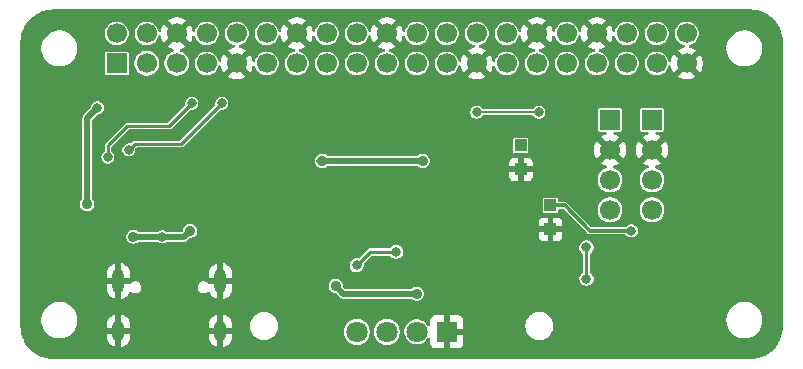
<source format=gbl>
G04 #@! TF.GenerationSoftware,KiCad,Pcbnew,9.0.6-9.0.6~ubuntu22.04.1*
G04 #@! TF.CreationDate,2025-12-28T21:54:20+02:00*
G04 #@! TF.ProjectId,rpi_i2c_board,7270695f-6932-4635-9f62-6f6172642e6b,1.0*
G04 #@! TF.SameCoordinates,PX5f5e100PY5f5e100*
G04 #@! TF.FileFunction,Copper,L2,Bot*
G04 #@! TF.FilePolarity,Positive*
%FSLAX46Y46*%
G04 Gerber Fmt 4.6, Leading zero omitted, Abs format (unit mm)*
G04 Created by KiCad (PCBNEW 9.0.6-9.0.6~ubuntu22.04.1) date 2025-12-28 21:54:20*
%MOMM*%
%LPD*%
G01*
G04 APERTURE LIST*
G04 #@! TA.AperFunction,ComponentPad*
%ADD10R,1.000000X1.000000*%
G04 #@! TD*
G04 #@! TA.AperFunction,ComponentPad*
%ADD11R,1.700000X1.700000*%
G04 #@! TD*
G04 #@! TA.AperFunction,ComponentPad*
%ADD12C,1.700000*%
G04 #@! TD*
G04 #@! TA.AperFunction,HeatsinkPad*
%ADD13O,1.000000X2.100000*%
G04 #@! TD*
G04 #@! TA.AperFunction,HeatsinkPad*
%ADD14O,1.000000X1.800000*%
G04 #@! TD*
G04 #@! TA.AperFunction,ComponentPad*
%ADD15R,1.800000X1.800000*%
G04 #@! TD*
G04 #@! TA.AperFunction,ComponentPad*
%ADD16C,1.800000*%
G04 #@! TD*
G04 #@! TA.AperFunction,ViaPad*
%ADD17C,0.900000*%
G04 #@! TD*
G04 #@! TA.AperFunction,ViaPad*
%ADD18C,0.800000*%
G04 #@! TD*
G04 #@! TA.AperFunction,Conductor*
%ADD19C,0.250000*%
G04 #@! TD*
G04 #@! TA.AperFunction,Conductor*
%ADD20C,0.500000*%
G04 #@! TD*
G04 #@! TA.AperFunction,Conductor*
%ADD21C,0.300000*%
G04 #@! TD*
G04 #@! TA.AperFunction,Conductor*
%ADD22C,0.200000*%
G04 #@! TD*
G04 APERTURE END LIST*
D10*
X42572000Y16256000D03*
D11*
X53680000Y20447000D03*
D12*
X53680000Y17907000D03*
X53680000Y15367000D03*
X53680000Y12827000D03*
D13*
X8500000Y6780000D03*
D14*
X8500000Y2600000D03*
D13*
X17140000Y6780000D03*
D14*
X17140000Y2600000D03*
D10*
X45085000Y11176000D03*
X45085000Y13208000D03*
D11*
X50130000Y20447000D03*
D12*
X50130000Y17907000D03*
X50130000Y15367000D03*
X50130000Y12827000D03*
D10*
X42572000Y18288000D03*
D15*
X36300000Y2500000D03*
D16*
X33760000Y2500000D03*
X31220000Y2500000D03*
X28680000Y2500000D03*
D11*
X8370000Y25230000D03*
D12*
X8370000Y27770000D03*
X10910000Y25230000D03*
X10910000Y27770000D03*
X13450000Y25230000D03*
X13450000Y27770000D03*
X15990000Y25230000D03*
X15990000Y27770000D03*
X18530000Y25230000D03*
X18530000Y27770000D03*
X21070000Y25230000D03*
X21070000Y27770000D03*
X23610000Y25230000D03*
X23610000Y27770000D03*
X26150000Y25230000D03*
X26150000Y27770000D03*
X28690000Y25230000D03*
X28690000Y27770000D03*
X31230000Y25230000D03*
X31230000Y27770000D03*
X33770000Y25230000D03*
X33770000Y27770000D03*
X36310000Y25230000D03*
X36310000Y27770000D03*
X38850000Y25230000D03*
X38850000Y27770000D03*
X41390000Y25230000D03*
X41390000Y27770000D03*
X43930000Y25230000D03*
X43930000Y27770000D03*
X46470000Y25230000D03*
X46470000Y27770000D03*
X49010000Y25230000D03*
X49010000Y27770000D03*
X51550000Y25230000D03*
X51550000Y27770000D03*
X54090000Y25230000D03*
X54090000Y27770000D03*
X56630000Y25230000D03*
X56630000Y27770000D03*
D17*
X53340000Y5715000D03*
X53340000Y1270000D03*
D18*
X32893000Y12750800D03*
X57023000Y8890000D03*
X9322400Y22733000D03*
D17*
X55880000Y2540000D03*
D18*
X9620000Y8509000D03*
X13065000Y14732000D03*
X37365000Y20402000D03*
D17*
X54610000Y2540000D03*
X53340000Y8255000D03*
D18*
X11430000Y12473600D03*
D17*
X54610000Y1270000D03*
X53340000Y6985000D03*
X52070000Y6985000D03*
X26390600Y12675000D03*
D18*
X14086400Y16944000D03*
X8737600Y11938000D03*
D17*
X50800000Y2540000D03*
D18*
X30297000Y15316200D03*
X40782000Y18000000D03*
X16383000Y9657000D03*
D17*
X52070000Y8255000D03*
D18*
X16020000Y8509000D03*
D17*
X49530000Y2540000D03*
X52070000Y4445000D03*
X49530000Y1270000D03*
D18*
X11049000Y11430000D03*
D17*
X52070000Y5715000D03*
D18*
X7366000Y14351000D03*
D17*
X53340000Y4445000D03*
D18*
X33020000Y13868400D03*
D17*
X52070000Y1270000D03*
X55880000Y1270000D03*
X52070000Y2540000D03*
X19177000Y10775000D03*
D18*
X31292800Y12395200D03*
X19698600Y16001400D03*
D17*
X50800000Y1270000D03*
X25007600Y11049000D03*
X53340000Y2540000D03*
X21590000Y16941800D03*
X25755600Y14986000D03*
D18*
X7620000Y17280000D03*
X14720000Y21840000D03*
X17260000Y21840000D03*
X9398000Y17907000D03*
D17*
X9779000Y10541000D03*
D18*
X6731000Y21463000D03*
D17*
X5841400Y13309600D03*
D18*
X12217400Y10541000D03*
D17*
X14570000Y11049000D03*
D18*
X51943000Y11049000D03*
D17*
X25755600Y16967200D03*
X34264600Y16967200D03*
X33760000Y5715000D03*
X26898600Y6375400D03*
D18*
X48133000Y6985000D03*
X48133000Y9652000D03*
X28680000Y8131000D03*
X32004000Y9271000D03*
X44100000Y21082000D03*
X38832000Y21082000D03*
D19*
X12819000Y19939000D02*
X9271000Y19939000D01*
X14720000Y21840000D02*
X12819000Y19939000D01*
X7620000Y17280000D02*
X7620000Y18288000D01*
X7620000Y18288000D02*
X9271000Y19939000D01*
X9910000Y18419000D02*
X9398000Y17907000D01*
X13839000Y18419000D02*
X9910000Y18419000D01*
X17260000Y21840000D02*
X13839000Y18419000D01*
D20*
X5841400Y13309600D02*
X5841400Y20573400D01*
X5841400Y20573400D02*
X6731000Y21463000D01*
X9779000Y10541000D02*
X14062000Y10541000D01*
X14062000Y10541000D02*
X14570000Y11049000D01*
D21*
X45093000Y13200000D02*
X46300000Y13200000D01*
D20*
X27559000Y5715000D02*
X26898600Y6375400D01*
D21*
X45085000Y13208000D02*
X45093000Y13200000D01*
X46300000Y13200000D02*
X48451000Y11049000D01*
D20*
X25527000Y16967200D02*
X34264600Y16967200D01*
X33760000Y5715000D02*
X27559000Y5715000D01*
D21*
X48451000Y11049000D02*
X51943000Y11049000D01*
D19*
X48133000Y6985000D02*
X48133000Y9652000D01*
X29820000Y9271000D02*
X28680000Y8131000D01*
X32004000Y9271000D02*
X29820000Y9271000D01*
D22*
X44100000Y21082000D02*
X38832000Y21082000D01*
G04 #@! TA.AperFunction,Conductor*
G36*
X62003472Y29799305D02*
G01*
X62306503Y29782287D01*
X62320301Y29780733D01*
X62616080Y29730478D01*
X62629636Y29727384D01*
X62917927Y29644328D01*
X62931051Y29639735D01*
X63208222Y29524928D01*
X63220744Y29518899D01*
X63423184Y29407014D01*
X63483328Y29373773D01*
X63495102Y29366375D01*
X63739789Y29192761D01*
X63750657Y29184093D01*
X63974352Y28984185D01*
X63984184Y28974353D01*
X64184092Y28750658D01*
X64192762Y28739787D01*
X64216959Y28705685D01*
X64366374Y28495103D01*
X64373772Y28483329D01*
X64518894Y28220752D01*
X64524927Y28208223D01*
X64639734Y27931052D01*
X64644327Y27917928D01*
X64727383Y27629637D01*
X64730477Y27616080D01*
X64780730Y27320312D01*
X64782287Y27306494D01*
X64799305Y27003473D01*
X64799500Y26996520D01*
X64799500Y3003481D01*
X64799305Y2996528D01*
X64782287Y2693507D01*
X64780730Y2679689D01*
X64730477Y2383921D01*
X64727383Y2370364D01*
X64644327Y2082073D01*
X64639734Y2068949D01*
X64524927Y1791778D01*
X64518894Y1779249D01*
X64373772Y1516672D01*
X64366374Y1504898D01*
X64192763Y1260215D01*
X64184092Y1249343D01*
X63984184Y1025648D01*
X63974352Y1015816D01*
X63750657Y815908D01*
X63739785Y807237D01*
X63495102Y633626D01*
X63483328Y626228D01*
X63220751Y481106D01*
X63208222Y475073D01*
X62931051Y360266D01*
X62917927Y355673D01*
X62629636Y272617D01*
X62616079Y269523D01*
X62320311Y219270D01*
X62306493Y217713D01*
X62003472Y200695D01*
X61996519Y200500D01*
X3003481Y200500D01*
X2996528Y200695D01*
X2693506Y217713D01*
X2679688Y219270D01*
X2383920Y269523D01*
X2370363Y272617D01*
X2082072Y355673D01*
X2068948Y360266D01*
X1791777Y475073D01*
X1779248Y481106D01*
X1516671Y626228D01*
X1504897Y633626D01*
X1260214Y807237D01*
X1249342Y815908D01*
X1025647Y1015816D01*
X1015815Y1025648D01*
X825659Y1238431D01*
X815904Y1249347D01*
X807236Y1260215D01*
X633625Y1504898D01*
X626227Y1516672D01*
X546688Y1660586D01*
X481101Y1779256D01*
X475072Y1791778D01*
X360265Y2068949D01*
X355672Y2082073D01*
X272616Y2370364D01*
X269522Y2383921D01*
X219267Y2679699D01*
X217713Y2693497D01*
X200695Y2996528D01*
X200500Y3003481D01*
X200500Y3620453D01*
X1969500Y3620453D01*
X1969500Y3379547D01*
X1991593Y3240060D01*
X2007186Y3141607D01*
X2081631Y2912488D01*
X2190999Y2697843D01*
X2332600Y2502946D01*
X2502946Y2332600D01*
X2697843Y2190999D01*
X2757693Y2160504D01*
X2912487Y2081632D01*
X2912489Y2081632D01*
X2912492Y2081630D01*
X3141607Y2007186D01*
X3379547Y1969500D01*
X3379548Y1969500D01*
X3620452Y1969500D01*
X3620453Y1969500D01*
X3858393Y2007186D01*
X4087508Y2081630D01*
X4088378Y2082073D01*
X4126521Y2101508D01*
X4302157Y2190999D01*
X4497054Y2332600D01*
X4667400Y2502946D01*
X4809001Y2697843D01*
X4918370Y2912492D01*
X4978806Y3098496D01*
X7500000Y3098496D01*
X7500000Y2850000D01*
X8200000Y2850000D01*
X8200000Y2350000D01*
X7500000Y2350000D01*
X7500000Y2101505D01*
X7538427Y1908319D01*
X7538430Y1908307D01*
X7613807Y1726329D01*
X7613814Y1726316D01*
X7723248Y1562538D01*
X7723251Y1562534D01*
X7862533Y1423252D01*
X7862537Y1423249D01*
X8026315Y1313815D01*
X8026328Y1313808D01*
X8208308Y1238431D01*
X8250000Y1230138D01*
X8250000Y2033012D01*
X8259940Y2015795D01*
X8315795Y1959940D01*
X8384204Y1920444D01*
X8460504Y1900000D01*
X8539496Y1900000D01*
X8615796Y1920444D01*
X8684205Y1959940D01*
X8740060Y2015795D01*
X8750000Y2033012D01*
X8750000Y1230138D01*
X8791690Y1238431D01*
X8791692Y1238431D01*
X8973671Y1313808D01*
X8973684Y1313815D01*
X9137462Y1423249D01*
X9137466Y1423252D01*
X9276748Y1562534D01*
X9276751Y1562538D01*
X9386185Y1726316D01*
X9386192Y1726329D01*
X9461569Y1908307D01*
X9461572Y1908319D01*
X9499999Y2101505D01*
X9500000Y2101508D01*
X9500000Y2350000D01*
X8800000Y2350000D01*
X8800000Y2850000D01*
X9500000Y2850000D01*
X9500000Y3098492D01*
X9499999Y3098496D01*
X16140000Y3098496D01*
X16140000Y2850000D01*
X16840000Y2850000D01*
X16840000Y2350000D01*
X16140000Y2350000D01*
X16140000Y2101505D01*
X16178427Y1908319D01*
X16178430Y1908307D01*
X16253807Y1726329D01*
X16253814Y1726316D01*
X16363248Y1562538D01*
X16363251Y1562534D01*
X16502533Y1423252D01*
X16502537Y1423249D01*
X16666315Y1313815D01*
X16666328Y1313808D01*
X16848308Y1238431D01*
X16890000Y1230138D01*
X16890000Y2033012D01*
X16899940Y2015795D01*
X16955795Y1959940D01*
X17024204Y1920444D01*
X17100504Y1900000D01*
X17179496Y1900000D01*
X17255796Y1920444D01*
X17324205Y1959940D01*
X17380060Y2015795D01*
X17390000Y2033012D01*
X17390000Y1230138D01*
X17431690Y1238431D01*
X17431692Y1238431D01*
X17613671Y1313808D01*
X17613684Y1313815D01*
X17777462Y1423249D01*
X17777466Y1423252D01*
X17916748Y1562534D01*
X17916751Y1562538D01*
X18026185Y1726316D01*
X18026192Y1726329D01*
X18101569Y1908307D01*
X18101572Y1908319D01*
X18139999Y2101505D01*
X18140000Y2101508D01*
X18140000Y2350000D01*
X17440000Y2350000D01*
X17440000Y2850000D01*
X18140000Y2850000D01*
X18140000Y3092907D01*
X19659500Y3092907D01*
X19659500Y2907094D01*
X19688568Y2723565D01*
X19688568Y2723562D01*
X19745986Y2546848D01*
X19803397Y2434174D01*
X19830346Y2381283D01*
X19939565Y2230956D01*
X20070956Y2099565D01*
X20221283Y1990346D01*
X20382270Y1908319D01*
X20386847Y1905987D01*
X20563562Y1848569D01*
X20563563Y1848569D01*
X20563566Y1848568D01*
X20747093Y1819500D01*
X20747094Y1819500D01*
X20932906Y1819500D01*
X20932907Y1819500D01*
X21116434Y1848568D01*
X21116437Y1848569D01*
X21116438Y1848569D01*
X21293152Y1905987D01*
X21293152Y1905988D01*
X21293155Y1905988D01*
X21458717Y1990346D01*
X21609044Y2099565D01*
X21740435Y2230956D01*
X21849654Y2381283D01*
X21934012Y2546845D01*
X21934013Y2546848D01*
X21946933Y2586611D01*
X27579500Y2586611D01*
X27579500Y2413389D01*
X27606598Y2242299D01*
X27660127Y2077555D01*
X27738768Y1923212D01*
X27840586Y1783072D01*
X27963072Y1660586D01*
X28103212Y1558768D01*
X28257555Y1480127D01*
X28422299Y1426598D01*
X28593389Y1399500D01*
X28593390Y1399500D01*
X28766610Y1399500D01*
X28766611Y1399500D01*
X28937701Y1426598D01*
X29102445Y1480127D01*
X29256788Y1558768D01*
X29396928Y1660586D01*
X29519414Y1783072D01*
X29621232Y1923212D01*
X29699873Y2077555D01*
X29753402Y2242299D01*
X29780500Y2413389D01*
X29780500Y2586611D01*
X30119500Y2586611D01*
X30119500Y2413389D01*
X30146598Y2242299D01*
X30200127Y2077555D01*
X30278768Y1923212D01*
X30380586Y1783072D01*
X30503072Y1660586D01*
X30643212Y1558768D01*
X30797555Y1480127D01*
X30962299Y1426598D01*
X31133389Y1399500D01*
X31133390Y1399500D01*
X31306610Y1399500D01*
X31306611Y1399500D01*
X31477701Y1426598D01*
X31642445Y1480127D01*
X31796788Y1558768D01*
X31936928Y1660586D01*
X32059414Y1783072D01*
X32161232Y1923212D01*
X32239873Y2077555D01*
X32293402Y2242299D01*
X32320500Y2413389D01*
X32320500Y2586611D01*
X32317830Y2603470D01*
X32709500Y2603470D01*
X32709500Y2396531D01*
X32749868Y2193588D01*
X32749870Y2193580D01*
X32818078Y2028911D01*
X32829059Y2002402D01*
X32851043Y1969500D01*
X32944024Y1830343D01*
X33090342Y1684025D01*
X33090345Y1684023D01*
X33262402Y1569059D01*
X33453580Y1489870D01*
X33656530Y1449501D01*
X33656534Y1449500D01*
X33656535Y1449500D01*
X33863466Y1449500D01*
X33863467Y1449501D01*
X34066420Y1489870D01*
X34257598Y1569059D01*
X34429655Y1684023D01*
X34575977Y1830345D01*
X34672898Y1975400D01*
X34726509Y2020204D01*
X34795834Y2028911D01*
X34858862Y1998757D01*
X34895582Y1939314D01*
X34900000Y1906508D01*
X34900000Y1552156D01*
X34906401Y1492628D01*
X34906403Y1492621D01*
X34956645Y1357914D01*
X34956649Y1357907D01*
X35042809Y1242813D01*
X35042812Y1242810D01*
X35157906Y1156650D01*
X35157913Y1156646D01*
X35292620Y1106404D01*
X35292627Y1106402D01*
X35352155Y1100001D01*
X35352172Y1100000D01*
X36050000Y1100000D01*
X36050000Y2066988D01*
X36107007Y2034075D01*
X36234174Y2000000D01*
X36365826Y2000000D01*
X36492993Y2034075D01*
X36550000Y2066988D01*
X36550000Y1100000D01*
X37247828Y1100000D01*
X37247844Y1100001D01*
X37307372Y1106402D01*
X37307379Y1106404D01*
X37442086Y1156646D01*
X37442093Y1156650D01*
X37557187Y1242810D01*
X37557190Y1242813D01*
X37643350Y1357907D01*
X37643354Y1357914D01*
X37693596Y1492621D01*
X37693598Y1492628D01*
X37699999Y1552156D01*
X37700000Y1552173D01*
X37700000Y2250000D01*
X36733012Y2250000D01*
X36765925Y2307007D01*
X36800000Y2434174D01*
X36800000Y2565826D01*
X36765925Y2692993D01*
X36733012Y2750000D01*
X37700000Y2750000D01*
X37700000Y3092907D01*
X42959500Y3092907D01*
X42959500Y2907094D01*
X42988568Y2723565D01*
X42988568Y2723562D01*
X43045986Y2546848D01*
X43103397Y2434174D01*
X43130346Y2381283D01*
X43239565Y2230956D01*
X43370956Y2099565D01*
X43521283Y1990346D01*
X43682270Y1908319D01*
X43686847Y1905987D01*
X43863562Y1848569D01*
X43863563Y1848569D01*
X43863566Y1848568D01*
X44047093Y1819500D01*
X44047094Y1819500D01*
X44232906Y1819500D01*
X44232907Y1819500D01*
X44416434Y1848568D01*
X44416437Y1848569D01*
X44416438Y1848569D01*
X44593152Y1905987D01*
X44593152Y1905988D01*
X44593155Y1905988D01*
X44758717Y1990346D01*
X44909044Y2099565D01*
X45040435Y2230956D01*
X45149654Y2381283D01*
X45234012Y2546845D01*
X45277176Y2679689D01*
X45291431Y2723562D01*
X45291431Y2723563D01*
X45291432Y2723566D01*
X45320500Y2907093D01*
X45320500Y3092907D01*
X45291432Y3276434D01*
X45291431Y3276438D01*
X45291431Y3276439D01*
X45234013Y3453153D01*
X45174971Y3569030D01*
X45149653Y3618718D01*
X45148392Y3620453D01*
X59969500Y3620453D01*
X59969500Y3379547D01*
X59991593Y3240060D01*
X60007186Y3141607D01*
X60081631Y2912488D01*
X60190999Y2697843D01*
X60332600Y2502946D01*
X60502946Y2332600D01*
X60697843Y2190999D01*
X60757693Y2160504D01*
X60912487Y2081632D01*
X60912489Y2081632D01*
X60912492Y2081630D01*
X61141607Y2007186D01*
X61379547Y1969500D01*
X61379548Y1969500D01*
X61620452Y1969500D01*
X61620453Y1969500D01*
X61858393Y2007186D01*
X62087508Y2081630D01*
X62088378Y2082073D01*
X62126521Y2101508D01*
X62302157Y2190999D01*
X62497054Y2332600D01*
X62667400Y2502946D01*
X62809001Y2697843D01*
X62918370Y2912492D01*
X62992814Y3141607D01*
X63030500Y3379547D01*
X63030500Y3620453D01*
X62992814Y3858393D01*
X62918370Y4087508D01*
X62918368Y4087511D01*
X62918368Y4087513D01*
X62809000Y4302158D01*
X62667400Y4497054D01*
X62497054Y4667400D01*
X62302157Y4809001D01*
X62087512Y4918369D01*
X61858393Y4992814D01*
X61620453Y5030500D01*
X61379547Y5030500D01*
X61260577Y5011657D01*
X61141606Y4992814D01*
X60912487Y4918369D01*
X60697842Y4809001D01*
X60502943Y4667398D01*
X60332602Y4497057D01*
X60190999Y4302158D01*
X60081631Y4087513D01*
X60007186Y3858394D01*
X59991157Y3757191D01*
X59969500Y3620453D01*
X45148392Y3620453D01*
X45040435Y3769044D01*
X44909044Y3900435D01*
X44758717Y4009654D01*
X44593152Y4094014D01*
X44416437Y4151432D01*
X44278788Y4173233D01*
X44232907Y4180500D01*
X44047093Y4180500D01*
X43985917Y4170811D01*
X43863564Y4151432D01*
X43863561Y4151432D01*
X43686847Y4094014D01*
X43521282Y4009654D01*
X43455105Y3961573D01*
X43370956Y3900435D01*
X43370954Y3900433D01*
X43370953Y3900433D01*
X43239567Y3769047D01*
X43239567Y3769046D01*
X43239565Y3769044D01*
X43192659Y3704485D01*
X43130346Y3618718D01*
X43045986Y3453153D01*
X42988568Y3276439D01*
X42988568Y3276436D01*
X42959500Y3092907D01*
X37700000Y3092907D01*
X37700000Y3447828D01*
X37699999Y3447845D01*
X37693598Y3507373D01*
X37693596Y3507380D01*
X37643354Y3642087D01*
X37643350Y3642094D01*
X37557190Y3757188D01*
X37557187Y3757191D01*
X37442093Y3843351D01*
X37442086Y3843355D01*
X37307379Y3893597D01*
X37307372Y3893599D01*
X37247844Y3900000D01*
X36550000Y3900000D01*
X36550000Y2933012D01*
X36492993Y2965925D01*
X36365826Y3000000D01*
X36234174Y3000000D01*
X36107007Y2965925D01*
X36050000Y2933012D01*
X36050000Y3900000D01*
X35352155Y3900000D01*
X35292627Y3893599D01*
X35292620Y3893597D01*
X35157913Y3843355D01*
X35157906Y3843351D01*
X35042812Y3757191D01*
X35042809Y3757188D01*
X34956649Y3642094D01*
X34956645Y3642087D01*
X34906403Y3507380D01*
X34906401Y3507373D01*
X34900000Y3447845D01*
X34900000Y3093493D01*
X34880315Y3026454D01*
X34827511Y2980699D01*
X34758353Y2970755D01*
X34694797Y2999780D01*
X34672898Y3024603D01*
X34575980Y3169651D01*
X34575974Y3169659D01*
X34429657Y3315976D01*
X34334514Y3379548D01*
X34257598Y3430941D01*
X34232753Y3441232D01*
X34066420Y3510130D01*
X34066412Y3510132D01*
X33863469Y3550500D01*
X33863465Y3550500D01*
X33656535Y3550500D01*
X33656530Y3550500D01*
X33453587Y3510132D01*
X33453579Y3510130D01*
X33262403Y3430942D01*
X33090342Y3315976D01*
X32944024Y3169658D01*
X32829058Y2997597D01*
X32749870Y2806421D01*
X32749868Y2806413D01*
X32709500Y2603470D01*
X32317830Y2603470D01*
X32293402Y2757701D01*
X32239873Y2922445D01*
X32161232Y3076788D01*
X32059414Y3216928D01*
X31936928Y3339414D01*
X31796788Y3441232D01*
X31642445Y3519873D01*
X31477701Y3573402D01*
X31477699Y3573403D01*
X31477698Y3573403D01*
X31346271Y3594219D01*
X31306611Y3600500D01*
X31133389Y3600500D01*
X31093728Y3594219D01*
X30962302Y3573403D01*
X30797552Y3519872D01*
X30643211Y3441232D01*
X30563256Y3383141D01*
X30503072Y3339414D01*
X30503070Y3339412D01*
X30503069Y3339412D01*
X30380588Y3216931D01*
X30380588Y3216930D01*
X30380586Y3216928D01*
X30346243Y3169659D01*
X30278768Y3076789D01*
X30200128Y2922448D01*
X30146597Y2757698D01*
X30122170Y2603470D01*
X30119500Y2586611D01*
X29780500Y2586611D01*
X29753402Y2757701D01*
X29699873Y2922445D01*
X29621232Y3076788D01*
X29519414Y3216928D01*
X29396928Y3339414D01*
X29256788Y3441232D01*
X29102445Y3519873D01*
X28937701Y3573402D01*
X28937699Y3573403D01*
X28937698Y3573403D01*
X28806271Y3594219D01*
X28766611Y3600500D01*
X28593389Y3600500D01*
X28553728Y3594219D01*
X28422302Y3573403D01*
X28257552Y3519872D01*
X28103211Y3441232D01*
X28023256Y3383141D01*
X27963072Y3339414D01*
X27963070Y3339412D01*
X27963069Y3339412D01*
X27840588Y3216931D01*
X27840588Y3216930D01*
X27840586Y3216928D01*
X27806243Y3169659D01*
X27738768Y3076789D01*
X27660128Y2922448D01*
X27606597Y2757698D01*
X27582170Y2603470D01*
X27579500Y2586611D01*
X21946933Y2586611D01*
X21960967Y2629801D01*
X21991431Y2723562D01*
X21991431Y2723563D01*
X21991432Y2723566D01*
X22020500Y2907093D01*
X22020500Y3092907D01*
X21991432Y3276434D01*
X21991431Y3276438D01*
X21991431Y3276439D01*
X21934013Y3453153D01*
X21923551Y3473685D01*
X21849654Y3618717D01*
X21740435Y3769044D01*
X21609044Y3900435D01*
X21458717Y4009654D01*
X21293152Y4094014D01*
X21116437Y4151432D01*
X20978788Y4173233D01*
X20932907Y4180500D01*
X20747093Y4180500D01*
X20685917Y4170811D01*
X20563564Y4151432D01*
X20563561Y4151432D01*
X20386847Y4094014D01*
X20221282Y4009654D01*
X20155105Y3961573D01*
X20070956Y3900435D01*
X20070954Y3900433D01*
X20070953Y3900433D01*
X19939567Y3769047D01*
X19939567Y3769046D01*
X19939565Y3769044D01*
X19892659Y3704485D01*
X19830346Y3618718D01*
X19745986Y3453153D01*
X19688568Y3276439D01*
X19688568Y3276436D01*
X19659500Y3092907D01*
X18140000Y3092907D01*
X18140000Y3098492D01*
X18139999Y3098496D01*
X18101572Y3291682D01*
X18101569Y3291694D01*
X18026192Y3473672D01*
X18026185Y3473685D01*
X17916751Y3637463D01*
X17916748Y3637467D01*
X17777466Y3776749D01*
X17777462Y3776752D01*
X17613684Y3886186D01*
X17613671Y3886193D01*
X17431691Y3961571D01*
X17431683Y3961573D01*
X17390000Y3969865D01*
X17390000Y3166989D01*
X17380060Y3184205D01*
X17324205Y3240060D01*
X17255796Y3279556D01*
X17179496Y3300000D01*
X17100504Y3300000D01*
X17024204Y3279556D01*
X16955795Y3240060D01*
X16899940Y3184205D01*
X16890000Y3166989D01*
X16890000Y3969864D01*
X16889999Y3969865D01*
X16848316Y3961573D01*
X16848308Y3961571D01*
X16666328Y3886193D01*
X16666315Y3886186D01*
X16502537Y3776752D01*
X16502533Y3776749D01*
X16363251Y3637467D01*
X16363248Y3637463D01*
X16253814Y3473685D01*
X16253807Y3473672D01*
X16178430Y3291694D01*
X16178427Y3291682D01*
X16140000Y3098496D01*
X9499999Y3098496D01*
X9461572Y3291682D01*
X9461569Y3291694D01*
X9386192Y3473672D01*
X9386185Y3473685D01*
X9276751Y3637463D01*
X9276748Y3637467D01*
X9137466Y3776749D01*
X9137462Y3776752D01*
X8973684Y3886186D01*
X8973671Y3886193D01*
X8791691Y3961571D01*
X8791683Y3961573D01*
X8750000Y3969865D01*
X8750000Y3166989D01*
X8740060Y3184205D01*
X8684205Y3240060D01*
X8615796Y3279556D01*
X8539496Y3300000D01*
X8460504Y3300000D01*
X8384204Y3279556D01*
X8315795Y3240060D01*
X8259940Y3184205D01*
X8250000Y3166989D01*
X8250000Y3969864D01*
X8249999Y3969865D01*
X8208316Y3961573D01*
X8208308Y3961571D01*
X8026328Y3886193D01*
X8026315Y3886186D01*
X7862537Y3776752D01*
X7862533Y3776749D01*
X7723251Y3637467D01*
X7723248Y3637463D01*
X7613814Y3473685D01*
X7613807Y3473672D01*
X7538430Y3291694D01*
X7538427Y3291682D01*
X7500000Y3098496D01*
X4978806Y3098496D01*
X4992814Y3141607D01*
X5030500Y3379547D01*
X5030500Y3620453D01*
X4992814Y3858393D01*
X4918370Y4087508D01*
X4918368Y4087511D01*
X4918368Y4087513D01*
X4809000Y4302158D01*
X4667400Y4497054D01*
X4497054Y4667400D01*
X4302157Y4809001D01*
X4087512Y4918369D01*
X3858393Y4992814D01*
X3620453Y5030500D01*
X3379547Y5030500D01*
X3260577Y5011657D01*
X3141606Y4992814D01*
X2912487Y4918369D01*
X2697842Y4809001D01*
X2502943Y4667398D01*
X2332602Y4497057D01*
X2190999Y4302158D01*
X2081631Y4087513D01*
X2007186Y3858394D01*
X1991157Y3757191D01*
X1969500Y3620453D01*
X200500Y3620453D01*
X200500Y7428496D01*
X7500000Y7428496D01*
X7500000Y7030000D01*
X8200000Y7030000D01*
X8200000Y6530000D01*
X7500000Y6530000D01*
X7500000Y6131505D01*
X7538427Y5938319D01*
X7538430Y5938307D01*
X7613807Y5756329D01*
X7613814Y5756316D01*
X7723248Y5592538D01*
X7723251Y5592534D01*
X7862533Y5453252D01*
X7862537Y5453249D01*
X8026315Y5343815D01*
X8026328Y5343808D01*
X8208308Y5268431D01*
X8250000Y5260138D01*
X8250000Y6063012D01*
X8259940Y6045795D01*
X8315795Y5989940D01*
X8384204Y5950444D01*
X8460504Y5930000D01*
X8539496Y5930000D01*
X8615796Y5950444D01*
X8684205Y5989940D01*
X8740060Y6045795D01*
X8750000Y6063012D01*
X8750000Y5260138D01*
X8791690Y5268431D01*
X8791692Y5268431D01*
X8973671Y5343808D01*
X8973684Y5343815D01*
X9137462Y5453249D01*
X9137466Y5453252D01*
X9276748Y5592534D01*
X9276751Y5592538D01*
X9386185Y5756316D01*
X9386187Y5756320D01*
X9418445Y5834198D01*
X9462286Y5888602D01*
X9528580Y5910667D01*
X9596279Y5893388D01*
X9613083Y5880334D01*
X9613170Y5880446D01*
X9619610Y5875505D01*
X9619616Y5875499D01*
X9734884Y5808949D01*
X9863450Y5774500D01*
X9863452Y5774500D01*
X9996548Y5774500D01*
X9996550Y5774500D01*
X10125116Y5808949D01*
X10240384Y5875499D01*
X10334501Y5969616D01*
X10401051Y6084884D01*
X10435500Y6213450D01*
X10435500Y6346550D01*
X15204500Y6346550D01*
X15204500Y6213450D01*
X15238949Y6084884D01*
X15305499Y5969616D01*
X15399616Y5875499D01*
X15514884Y5808949D01*
X15643450Y5774500D01*
X15643452Y5774500D01*
X15776548Y5774500D01*
X15776550Y5774500D01*
X15905116Y5808949D01*
X16020384Y5875499D01*
X16020392Y5875508D01*
X16026830Y5880446D01*
X16027865Y5879096D01*
X16080621Y5907909D01*
X16150313Y5902932D01*
X16206251Y5861067D01*
X16221553Y5834199D01*
X16253809Y5756326D01*
X16253814Y5756316D01*
X16363248Y5592538D01*
X16363251Y5592534D01*
X16502533Y5453252D01*
X16502537Y5453249D01*
X16666315Y5343815D01*
X16666328Y5343808D01*
X16848308Y5268431D01*
X16890000Y5260138D01*
X16890000Y6063012D01*
X16899940Y6045795D01*
X16955795Y5989940D01*
X17024204Y5950444D01*
X17100504Y5930000D01*
X17179496Y5930000D01*
X17255796Y5950444D01*
X17324205Y5989940D01*
X17380060Y6045795D01*
X17390000Y6063012D01*
X17390000Y5260138D01*
X17431690Y5268431D01*
X17431692Y5268431D01*
X17613671Y5343808D01*
X17613684Y5343815D01*
X17777462Y5453249D01*
X17777466Y5453252D01*
X17916748Y5592534D01*
X17916751Y5592538D01*
X18026185Y5756316D01*
X18026192Y5756329D01*
X18101569Y5938307D01*
X18101572Y5938319D01*
X18139999Y6131505D01*
X18140000Y6131508D01*
X18140000Y6454457D01*
X26298100Y6454457D01*
X26298100Y6296343D01*
X26326460Y6190504D01*
X26339023Y6143617D01*
X26339026Y6143610D01*
X26418075Y6006691D01*
X26418079Y6006686D01*
X26418080Y6006684D01*
X26529884Y5894880D01*
X26529886Y5894879D01*
X26529890Y5894876D01*
X26634989Y5834198D01*
X26666816Y5815823D01*
X26819543Y5774900D01*
X26881345Y5774900D01*
X26948384Y5755215D01*
X26969026Y5738581D01*
X27238518Y5469090D01*
X27238520Y5469087D01*
X27313087Y5394520D01*
X27354667Y5370514D01*
X27404413Y5341793D01*
X27506273Y5314499D01*
X27506275Y5314499D01*
X27619323Y5314499D01*
X27619339Y5314500D01*
X33259902Y5314500D01*
X33326941Y5294815D01*
X33347583Y5278181D01*
X33391284Y5234480D01*
X33391286Y5234479D01*
X33391290Y5234476D01*
X33528209Y5155427D01*
X33528216Y5155423D01*
X33680943Y5114500D01*
X33680945Y5114500D01*
X33839055Y5114500D01*
X33839057Y5114500D01*
X33991784Y5155423D01*
X34128716Y5234480D01*
X34240520Y5346284D01*
X34319577Y5483216D01*
X34360500Y5635943D01*
X34360500Y5794057D01*
X34319577Y5946784D01*
X34284990Y6006691D01*
X34240524Y6083710D01*
X34240518Y6083718D01*
X34128717Y6195519D01*
X34128709Y6195525D01*
X33991790Y6274574D01*
X33991786Y6274576D01*
X33991784Y6274577D01*
X33839057Y6315500D01*
X33680943Y6315500D01*
X33528216Y6274577D01*
X33528209Y6274574D01*
X33391290Y6195525D01*
X33391282Y6195519D01*
X33347583Y6151819D01*
X33286260Y6118334D01*
X33259902Y6115500D01*
X27776254Y6115500D01*
X27746813Y6124145D01*
X27716827Y6130668D01*
X27711811Y6134423D01*
X27709215Y6135185D01*
X27688577Y6151815D01*
X27535416Y6304976D01*
X27501934Y6366297D01*
X27499100Y6392655D01*
X27499100Y6454455D01*
X27499100Y6454457D01*
X27458177Y6607184D01*
X27413540Y6684499D01*
X27379124Y6744110D01*
X27379118Y6744118D01*
X27267317Y6855919D01*
X27267309Y6855925D01*
X27130390Y6934974D01*
X27130386Y6934976D01*
X27130384Y6934977D01*
X26977657Y6975900D01*
X26819543Y6975900D01*
X26666816Y6934977D01*
X26666809Y6934974D01*
X26529890Y6855925D01*
X26529882Y6855919D01*
X26418081Y6744118D01*
X26418075Y6744110D01*
X26339026Y6607191D01*
X26339023Y6607184D01*
X26298100Y6454457D01*
X18140000Y6454457D01*
X18140000Y6530000D01*
X17440000Y6530000D01*
X17440000Y7030000D01*
X18140000Y7030000D01*
X18140000Y7428492D01*
X18139999Y7428496D01*
X18101572Y7621682D01*
X18101569Y7621694D01*
X18026192Y7803672D01*
X18026185Y7803685D01*
X17916751Y7967463D01*
X17916748Y7967467D01*
X17777465Y8106750D01*
X17764996Y8115081D01*
X17764995Y8115082D01*
X17622857Y8210057D01*
X28079500Y8210057D01*
X28079500Y8051943D01*
X28102137Y7967463D01*
X28120423Y7899217D01*
X28120426Y7899210D01*
X28199475Y7762291D01*
X28199479Y7762286D01*
X28199480Y7762284D01*
X28311284Y7650480D01*
X28311286Y7650479D01*
X28311290Y7650476D01*
X28382167Y7609556D01*
X28448216Y7571423D01*
X28600943Y7530500D01*
X28600945Y7530500D01*
X28759055Y7530500D01*
X28759057Y7530500D01*
X28911784Y7571423D01*
X29048716Y7650480D01*
X29160520Y7762284D01*
X29239577Y7899216D01*
X29280500Y8051943D01*
X29280500Y8210057D01*
X29280500Y8218185D01*
X29283680Y8218185D01*
X29292112Y8272421D01*
X29316626Y8307301D01*
X29918508Y8909181D01*
X29979831Y8942666D01*
X30006189Y8945500D01*
X31429170Y8945500D01*
X31496209Y8925815D01*
X31516679Y8906978D01*
X31517733Y8908031D01*
X31523480Y8902284D01*
X31635284Y8790480D01*
X31635286Y8790479D01*
X31635290Y8790476D01*
X31732860Y8734145D01*
X31772216Y8711423D01*
X31924943Y8670500D01*
X31924945Y8670500D01*
X32083055Y8670500D01*
X32083057Y8670500D01*
X32235784Y8711423D01*
X32372716Y8790480D01*
X32484520Y8902284D01*
X32563577Y9039216D01*
X32604500Y9191943D01*
X32604500Y9350057D01*
X32563577Y9502784D01*
X32523071Y9572943D01*
X32484524Y9639710D01*
X32484518Y9639718D01*
X32393179Y9731057D01*
X47532500Y9731057D01*
X47532500Y9572943D01*
X47543615Y9531464D01*
X47573423Y9420217D01*
X47573426Y9420210D01*
X47652475Y9283291D01*
X47652481Y9283283D01*
X47770031Y9165733D01*
X47767785Y9163488D01*
X47800179Y9119145D01*
X47807500Y9077170D01*
X47807500Y7559831D01*
X47787815Y7492792D01*
X47768982Y7472316D01*
X47770031Y7471267D01*
X47652481Y7353718D01*
X47652475Y7353710D01*
X47573426Y7216791D01*
X47573423Y7216784D01*
X47532500Y7064057D01*
X47532500Y6905943D01*
X47545903Y6855925D01*
X47573423Y6753217D01*
X47573426Y6753210D01*
X47652475Y6616291D01*
X47652479Y6616286D01*
X47652480Y6616284D01*
X47764284Y6504480D01*
X47764286Y6504479D01*
X47764290Y6504476D01*
X47901209Y6425427D01*
X47901216Y6425423D01*
X48053943Y6384500D01*
X48053945Y6384500D01*
X48212055Y6384500D01*
X48212057Y6384500D01*
X48364784Y6425423D01*
X48501716Y6504480D01*
X48613520Y6616284D01*
X48692577Y6753216D01*
X48733500Y6905943D01*
X48733500Y7064057D01*
X48692577Y7216784D01*
X48692573Y7216791D01*
X48613524Y7353710D01*
X48613518Y7353718D01*
X48495969Y7471267D01*
X48498207Y7473506D01*
X48465798Y7517920D01*
X48458500Y7559831D01*
X48458500Y9077170D01*
X48478185Y9144209D01*
X48497022Y9164680D01*
X48495969Y9165733D01*
X48522181Y9191945D01*
X48613520Y9283284D01*
X48692577Y9420216D01*
X48733500Y9572943D01*
X48733500Y9731057D01*
X48692577Y9883784D01*
X48692573Y9883791D01*
X48613524Y10020710D01*
X48613518Y10020718D01*
X48501717Y10132519D01*
X48501709Y10132525D01*
X48364790Y10211574D01*
X48364786Y10211576D01*
X48364784Y10211577D01*
X48212057Y10252500D01*
X48053943Y10252500D01*
X47901216Y10211577D01*
X47901209Y10211574D01*
X47764290Y10132525D01*
X47764282Y10132519D01*
X47652481Y10020718D01*
X47652475Y10020710D01*
X47573426Y9883791D01*
X47573423Y9883784D01*
X47532500Y9731057D01*
X32393179Y9731057D01*
X32372717Y9751519D01*
X32372709Y9751525D01*
X32235790Y9830574D01*
X32235786Y9830576D01*
X32235784Y9830577D01*
X32083057Y9871500D01*
X31924943Y9871500D01*
X31772216Y9830577D01*
X31772209Y9830574D01*
X31635290Y9751525D01*
X31635282Y9751519D01*
X31517733Y9633969D01*
X31515487Y9636215D01*
X31471145Y9603821D01*
X31429170Y9596500D01*
X29777147Y9596500D01*
X29694362Y9574318D01*
X29694355Y9574315D01*
X29620144Y9531470D01*
X29620136Y9531464D01*
X28856301Y8767630D01*
X28794978Y8734145D01*
X28767184Y8732986D01*
X28767184Y8731500D01*
X28600943Y8731500D01*
X28448216Y8690577D01*
X28448209Y8690574D01*
X28311290Y8611525D01*
X28311282Y8611519D01*
X28199481Y8499718D01*
X28199475Y8499710D01*
X28120426Y8362791D01*
X28120423Y8362784D01*
X28079500Y8210057D01*
X17622857Y8210057D01*
X17613684Y8216186D01*
X17613671Y8216193D01*
X17431691Y8291571D01*
X17431683Y8291573D01*
X17390000Y8299865D01*
X17390000Y7496989D01*
X17380060Y7514205D01*
X17324205Y7570060D01*
X17255796Y7609556D01*
X17179496Y7630000D01*
X17100504Y7630000D01*
X17024204Y7609556D01*
X16955795Y7570060D01*
X16899940Y7514205D01*
X16890000Y7496989D01*
X16890000Y8299864D01*
X16889999Y8299865D01*
X16848316Y8291573D01*
X16848308Y8291571D01*
X16666328Y8216193D01*
X16666315Y8216186D01*
X16502537Y8106752D01*
X16502533Y8106749D01*
X16363251Y7967467D01*
X16363248Y7967463D01*
X16253814Y7803685D01*
X16253807Y7803672D01*
X16178430Y7621694D01*
X16178427Y7621682D01*
X16140000Y7428496D01*
X16140000Y7030000D01*
X16840000Y7030000D01*
X16840000Y6530000D01*
X16220955Y6530000D01*
X16153916Y6549685D01*
X16120493Y6584737D01*
X16119449Y6583935D01*
X16114503Y6590381D01*
X16114501Y6590384D01*
X16020384Y6684501D01*
X15905116Y6751051D01*
X15776550Y6785500D01*
X15643450Y6785500D01*
X15514884Y6751051D01*
X15514881Y6751050D01*
X15399619Y6684503D01*
X15399613Y6684499D01*
X15305501Y6590387D01*
X15305497Y6590381D01*
X15238950Y6475119D01*
X15238949Y6475116D01*
X15204500Y6346550D01*
X10435500Y6346550D01*
X10401051Y6475116D01*
X10334501Y6590384D01*
X10240384Y6684501D01*
X10125116Y6751051D01*
X9996550Y6785500D01*
X9863450Y6785500D01*
X9734884Y6751051D01*
X9734881Y6751050D01*
X9619619Y6684503D01*
X9619613Y6684499D01*
X9525501Y6590387D01*
X9520551Y6583935D01*
X9519122Y6585031D01*
X9475865Y6543784D01*
X9419045Y6530000D01*
X8800000Y6530000D01*
X8800000Y7030000D01*
X9500000Y7030000D01*
X9500000Y7428492D01*
X9499999Y7428496D01*
X9461572Y7621682D01*
X9461569Y7621694D01*
X9386192Y7803672D01*
X9386185Y7803685D01*
X9276751Y7967463D01*
X9276748Y7967467D01*
X9137466Y8106749D01*
X9137462Y8106752D01*
X8973684Y8216186D01*
X8973671Y8216193D01*
X8791691Y8291571D01*
X8791683Y8291573D01*
X8750000Y8299865D01*
X8750000Y7496989D01*
X8740060Y7514205D01*
X8684205Y7570060D01*
X8615796Y7609556D01*
X8539496Y7630000D01*
X8460504Y7630000D01*
X8384204Y7609556D01*
X8315795Y7570060D01*
X8259940Y7514205D01*
X8250000Y7496989D01*
X8250000Y8299864D01*
X8249999Y8299865D01*
X8208316Y8291573D01*
X8208308Y8291571D01*
X8026328Y8216193D01*
X8026315Y8216186D01*
X7862537Y8106752D01*
X7862533Y8106749D01*
X7723251Y7967467D01*
X7723248Y7967463D01*
X7613814Y7803685D01*
X7613807Y7803672D01*
X7538430Y7621694D01*
X7538427Y7621682D01*
X7500000Y7428496D01*
X200500Y7428496D01*
X200500Y10620057D01*
X9178500Y10620057D01*
X9178500Y10461943D01*
X9216853Y10318810D01*
X9219423Y10309217D01*
X9219426Y10309210D01*
X9298475Y10172291D01*
X9298479Y10172286D01*
X9298480Y10172284D01*
X9410284Y10060480D01*
X9410286Y10060479D01*
X9410290Y10060476D01*
X9479168Y10020710D01*
X9547216Y9981423D01*
X9699943Y9940500D01*
X9699945Y9940500D01*
X9858055Y9940500D01*
X9858057Y9940500D01*
X10010784Y9981423D01*
X10147716Y10060480D01*
X10191417Y10104181D01*
X10252740Y10137666D01*
X10279098Y10140500D01*
X11788014Y10140500D01*
X11855053Y10120815D01*
X11875695Y10104181D01*
X11879385Y10100491D01*
X11879386Y10100490D01*
X11879388Y10100489D01*
X12004911Y10028018D01*
X12004912Y10028018D01*
X12004915Y10028016D01*
X12144925Y9990500D01*
X12144928Y9990500D01*
X12289872Y9990500D01*
X12289875Y9990500D01*
X12429885Y10028016D01*
X12555415Y10100491D01*
X12559105Y10104181D01*
X12620428Y10137666D01*
X12646786Y10140500D01*
X14114725Y10140500D01*
X14114727Y10140500D01*
X14216588Y10167793D01*
X14307913Y10220520D01*
X14499574Y10412181D01*
X14560897Y10445666D01*
X14587255Y10448500D01*
X14649055Y10448500D01*
X14649057Y10448500D01*
X14801784Y10489423D01*
X14938716Y10568480D01*
X14998392Y10628156D01*
X44085000Y10628156D01*
X44091401Y10568628D01*
X44091403Y10568621D01*
X44141645Y10433914D01*
X44141649Y10433907D01*
X44227809Y10318813D01*
X44227812Y10318810D01*
X44342906Y10232650D01*
X44342913Y10232646D01*
X44477620Y10182404D01*
X44477627Y10182402D01*
X44537155Y10176001D01*
X44537172Y10176000D01*
X44835000Y10176000D01*
X45335000Y10176000D01*
X45632828Y10176000D01*
X45632844Y10176001D01*
X45692372Y10182402D01*
X45692379Y10182404D01*
X45827086Y10232646D01*
X45827093Y10232650D01*
X45942187Y10318810D01*
X45942190Y10318813D01*
X46028350Y10433907D01*
X46028354Y10433914D01*
X46078596Y10568621D01*
X46078598Y10568628D01*
X46084999Y10628156D01*
X46085000Y10628173D01*
X46085000Y10926000D01*
X45335000Y10926000D01*
X45335000Y10176000D01*
X44835000Y10176000D01*
X44835000Y10926000D01*
X44085000Y10926000D01*
X44085000Y10628156D01*
X14998392Y10628156D01*
X15050520Y10680284D01*
X15129577Y10817216D01*
X15170500Y10969943D01*
X15170500Y11128057D01*
X15144329Y11225728D01*
X44835000Y11225728D01*
X44835000Y11126272D01*
X44873060Y11034386D01*
X44943386Y10964060D01*
X45035272Y10926000D01*
X45134728Y10926000D01*
X45226614Y10964060D01*
X45296940Y11034386D01*
X45335000Y11126272D01*
X45335000Y11225728D01*
X45296940Y11317614D01*
X45226614Y11387940D01*
X45134728Y11426000D01*
X45335000Y11426000D01*
X46085000Y11426000D01*
X46085000Y11723828D01*
X46084999Y11723845D01*
X46078598Y11783373D01*
X46078596Y11783380D01*
X46028354Y11918087D01*
X46028350Y11918094D01*
X45942190Y12033188D01*
X45942187Y12033191D01*
X45827093Y12119351D01*
X45827086Y12119355D01*
X45692379Y12169597D01*
X45692372Y12169599D01*
X45632844Y12176000D01*
X45335000Y12176000D01*
X45335000Y11426000D01*
X45134728Y11426000D01*
X45035272Y11426000D01*
X44943386Y11387940D01*
X44873060Y11317614D01*
X44835000Y11225728D01*
X15144329Y11225728D01*
X15129577Y11280784D01*
X15129573Y11280791D01*
X15050524Y11417710D01*
X15050518Y11417718D01*
X14938717Y11529519D01*
X14938709Y11529525D01*
X14801790Y11608574D01*
X14801786Y11608576D01*
X14801785Y11608577D01*
X14801784Y11608577D01*
X14649057Y11649500D01*
X14490943Y11649500D01*
X14338216Y11608577D01*
X14338209Y11608574D01*
X14201290Y11529525D01*
X14201282Y11529519D01*
X14089481Y11417718D01*
X14089475Y11417710D01*
X14010426Y11280791D01*
X14010423Y11280784D01*
X13969500Y11128057D01*
X13969500Y11066255D01*
X13960855Y11036815D01*
X13954332Y11006828D01*
X13950577Y11001813D01*
X13949815Y10999216D01*
X13933181Y10978574D01*
X13932426Y10977819D01*
X13871103Y10944334D01*
X13844745Y10941500D01*
X12646786Y10941500D01*
X12579747Y10961185D01*
X12559105Y10977819D01*
X12555417Y10981507D01*
X12555411Y10981512D01*
X12429888Y11053983D01*
X12429889Y11053983D01*
X12418406Y11057060D01*
X12289875Y11091500D01*
X12144925Y11091500D01*
X12016393Y11057060D01*
X12004911Y11053983D01*
X11879388Y10981512D01*
X11879382Y10981507D01*
X11875695Y10977819D01*
X11814372Y10944334D01*
X11788014Y10941500D01*
X10279098Y10941500D01*
X10212059Y10961185D01*
X10191417Y10977819D01*
X10147717Y11021519D01*
X10147709Y11021525D01*
X10010790Y11100574D01*
X10010786Y11100576D01*
X10010784Y11100577D01*
X9858057Y11141500D01*
X9699943Y11141500D01*
X9547216Y11100577D01*
X9547209Y11100574D01*
X9410290Y11021525D01*
X9410282Y11021519D01*
X9298481Y10909718D01*
X9298475Y10909710D01*
X9219426Y10772791D01*
X9219423Y10772784D01*
X9178500Y10620057D01*
X200500Y10620057D01*
X200500Y11723845D01*
X44085000Y11723845D01*
X44085000Y11426000D01*
X44835000Y11426000D01*
X44835000Y12176000D01*
X44537155Y12176000D01*
X44477627Y12169599D01*
X44477620Y12169597D01*
X44342913Y12119355D01*
X44342906Y12119351D01*
X44227812Y12033191D01*
X44227809Y12033188D01*
X44141649Y11918094D01*
X44141645Y11918087D01*
X44091403Y11783380D01*
X44091401Y11783373D01*
X44085000Y11723845D01*
X200500Y11723845D01*
X200500Y12693178D01*
X44434499Y12693178D01*
X44443231Y12649283D01*
X44443232Y12649279D01*
X44443233Y12649278D01*
X44476496Y12599496D01*
X44526278Y12566233D01*
X44526281Y12566233D01*
X44526282Y12566232D01*
X44570177Y12557500D01*
X44570180Y12557500D01*
X45599822Y12557500D01*
X45643717Y12566232D01*
X45643717Y12566233D01*
X45643722Y12566233D01*
X45693504Y12599496D01*
X45726767Y12649278D01*
X45735500Y12693180D01*
X45735500Y12775500D01*
X45755185Y12842539D01*
X45807989Y12888294D01*
X45859500Y12899500D01*
X46124167Y12899500D01*
X46191206Y12879815D01*
X46211848Y12863181D01*
X48210540Y10864489D01*
X48266489Y10808540D01*
X48266491Y10808539D01*
X48266495Y10808536D01*
X48335004Y10768983D01*
X48335011Y10768979D01*
X48411438Y10748500D01*
X51413614Y10748500D01*
X51480653Y10728815D01*
X51501295Y10712181D01*
X51502491Y10710985D01*
X51604985Y10608491D01*
X51604986Y10608490D01*
X51604988Y10608489D01*
X51730511Y10536018D01*
X51730512Y10536018D01*
X51730515Y10536016D01*
X51870525Y10498500D01*
X51870528Y10498500D01*
X52015472Y10498500D01*
X52015475Y10498500D01*
X52155485Y10536016D01*
X52281015Y10608491D01*
X52383509Y10710985D01*
X52455984Y10836515D01*
X52493500Y10976525D01*
X52493500Y11121475D01*
X52455984Y11261485D01*
X52405168Y11349500D01*
X52383511Y11387012D01*
X52383506Y11387018D01*
X52281017Y11489507D01*
X52281011Y11489512D01*
X52155488Y11561983D01*
X52155489Y11561983D01*
X52144006Y11565060D01*
X52015475Y11599500D01*
X51870525Y11599500D01*
X51741993Y11565060D01*
X51730511Y11561983D01*
X51604988Y11489512D01*
X51604982Y11489507D01*
X51501295Y11385819D01*
X51439972Y11352334D01*
X51413614Y11349500D01*
X48626833Y11349500D01*
X48559794Y11369185D01*
X48539152Y11385819D01*
X46994501Y12930470D01*
X49079500Y12930470D01*
X49079500Y12723531D01*
X49119868Y12520588D01*
X49119870Y12520580D01*
X49199058Y12329404D01*
X49314024Y12157343D01*
X49460342Y12011025D01*
X49460345Y12011023D01*
X49632402Y11896059D01*
X49823580Y11816870D01*
X49991947Y11783380D01*
X50026530Y11776501D01*
X50026534Y11776500D01*
X50026535Y11776500D01*
X50233466Y11776500D01*
X50233467Y11776501D01*
X50436420Y11816870D01*
X50627598Y11896059D01*
X50799655Y12011023D01*
X50945977Y12157345D01*
X51060941Y12329402D01*
X51140130Y12520580D01*
X51180500Y12723535D01*
X51180500Y12930465D01*
X51180499Y12930470D01*
X52629500Y12930470D01*
X52629500Y12723531D01*
X52669868Y12520588D01*
X52669870Y12520580D01*
X52749058Y12329404D01*
X52864024Y12157343D01*
X53010342Y12011025D01*
X53010345Y12011023D01*
X53182402Y11896059D01*
X53373580Y11816870D01*
X53541947Y11783380D01*
X53576530Y11776501D01*
X53576534Y11776500D01*
X53576535Y11776500D01*
X53783466Y11776500D01*
X53783467Y11776501D01*
X53986420Y11816870D01*
X54177598Y11896059D01*
X54349655Y12011023D01*
X54495977Y12157345D01*
X54610941Y12329402D01*
X54690130Y12520580D01*
X54730500Y12723535D01*
X54730500Y12930465D01*
X54690130Y13133420D01*
X54610941Y13324598D01*
X54495977Y13496655D01*
X54495975Y13496658D01*
X54349657Y13642976D01*
X54231362Y13722017D01*
X54177598Y13757941D01*
X54176644Y13758336D01*
X53986420Y13837130D01*
X53986412Y13837132D01*
X53783469Y13877500D01*
X53783465Y13877500D01*
X53576535Y13877500D01*
X53576530Y13877500D01*
X53373587Y13837132D01*
X53373579Y13837130D01*
X53182403Y13757942D01*
X53010342Y13642976D01*
X52864024Y13496658D01*
X52749058Y13324597D01*
X52669870Y13133421D01*
X52669868Y13133413D01*
X52629500Y12930470D01*
X51180499Y12930470D01*
X51140130Y13133420D01*
X51060941Y13324598D01*
X50945977Y13496655D01*
X50945975Y13496658D01*
X50799657Y13642976D01*
X50681362Y13722017D01*
X50627598Y13757941D01*
X50626644Y13758336D01*
X50436420Y13837130D01*
X50436412Y13837132D01*
X50233469Y13877500D01*
X50233465Y13877500D01*
X50026535Y13877500D01*
X50026530Y13877500D01*
X49823587Y13837132D01*
X49823579Y13837130D01*
X49632403Y13757942D01*
X49460342Y13642976D01*
X49314024Y13496658D01*
X49199058Y13324597D01*
X49119870Y13133421D01*
X49119868Y13133413D01*
X49079500Y12930470D01*
X46994501Y12930470D01*
X46484512Y13440459D01*
X46484507Y13440463D01*
X46471843Y13447774D01*
X46471841Y13447775D01*
X46415991Y13480020D01*
X46415990Y13480021D01*
X46390513Y13486848D01*
X46339562Y13500500D01*
X46339560Y13500500D01*
X45859500Y13500500D01*
X45792461Y13520185D01*
X45746706Y13572989D01*
X45735500Y13624500D01*
X45735500Y13722823D01*
X45726768Y13766718D01*
X45726767Y13766719D01*
X45726767Y13766722D01*
X45693504Y13816504D01*
X45662632Y13837132D01*
X45643724Y13849766D01*
X45643717Y13849769D01*
X45599822Y13858500D01*
X45599820Y13858500D01*
X44570180Y13858500D01*
X44570178Y13858500D01*
X44526282Y13849769D01*
X44526275Y13849766D01*
X44476496Y13816505D01*
X44476495Y13816504D01*
X44443234Y13766725D01*
X44443231Y13766718D01*
X44434500Y13722823D01*
X44434500Y13722820D01*
X44434500Y12693180D01*
X44434500Y12693178D01*
X44434499Y12693178D01*
X200500Y12693178D01*
X200500Y13388657D01*
X5240900Y13388657D01*
X5240900Y13230544D01*
X5281823Y13077817D01*
X5281826Y13077810D01*
X5360875Y12940891D01*
X5360879Y12940886D01*
X5360880Y12940884D01*
X5472684Y12829080D01*
X5472686Y12829079D01*
X5472690Y12829076D01*
X5565488Y12775500D01*
X5609616Y12750023D01*
X5762343Y12709100D01*
X5762345Y12709100D01*
X5920455Y12709100D01*
X5920457Y12709100D01*
X6073184Y12750023D01*
X6210116Y12829080D01*
X6321920Y12940884D01*
X6400977Y13077816D01*
X6441900Y13230543D01*
X6441900Y13388657D01*
X6400977Y13541384D01*
X6321920Y13678316D01*
X6275079Y13725157D01*
X6272181Y13728502D01*
X6259436Y13756416D01*
X6244734Y13783340D01*
X6243992Y13790240D01*
X6243161Y13792060D01*
X6243524Y13794588D01*
X6241900Y13809698D01*
X6241900Y15708156D01*
X41572000Y15708156D01*
X41578401Y15648628D01*
X41578403Y15648621D01*
X41628645Y15513914D01*
X41628649Y15513907D01*
X41714809Y15398813D01*
X41714812Y15398810D01*
X41829906Y15312650D01*
X41829913Y15312646D01*
X41964620Y15262404D01*
X41964627Y15262402D01*
X42024155Y15256001D01*
X42024172Y15256000D01*
X42322000Y15256000D01*
X42822000Y15256000D01*
X43119828Y15256000D01*
X43119844Y15256001D01*
X43179372Y15262402D01*
X43179379Y15262404D01*
X43314086Y15312646D01*
X43314093Y15312650D01*
X43429187Y15398810D01*
X43429190Y15398813D01*
X43515350Y15513907D01*
X43515353Y15513913D01*
X43517582Y15519887D01*
X43517582Y15519888D01*
X43517583Y15519890D01*
X43565596Y15648621D01*
X43565598Y15648628D01*
X43571999Y15708156D01*
X43572000Y15708173D01*
X43572000Y16006000D01*
X42822000Y16006000D01*
X42822000Y15256000D01*
X42322000Y15256000D01*
X42322000Y16006000D01*
X41572000Y16006000D01*
X41572000Y15708156D01*
X6241900Y15708156D01*
X6241900Y16305728D01*
X42322000Y16305728D01*
X42322000Y16206272D01*
X42360060Y16114386D01*
X42430386Y16044060D01*
X42522272Y16006000D01*
X42621728Y16006000D01*
X42713614Y16044060D01*
X42783940Y16114386D01*
X42822000Y16206272D01*
X42822000Y16305728D01*
X42783940Y16397614D01*
X42713614Y16467940D01*
X42621728Y16506000D01*
X42822000Y16506000D01*
X43572000Y16506000D01*
X43572000Y16803828D01*
X43571999Y16803845D01*
X43565598Y16863373D01*
X43565596Y16863380D01*
X43515354Y16998087D01*
X43515350Y16998094D01*
X43429190Y17113188D01*
X43429187Y17113191D01*
X43314093Y17199351D01*
X43314086Y17199355D01*
X43179379Y17249597D01*
X43179372Y17249599D01*
X43119844Y17256000D01*
X42822000Y17256000D01*
X42822000Y16506000D01*
X42621728Y16506000D01*
X42522272Y16506000D01*
X42430386Y16467940D01*
X42360060Y16397614D01*
X42322000Y16305728D01*
X6241900Y16305728D01*
X6241900Y17352475D01*
X7069500Y17352475D01*
X7069500Y17207525D01*
X7073815Y17191423D01*
X7107017Y17067512D01*
X7179488Y16941989D01*
X7179490Y16941987D01*
X7179491Y16941985D01*
X7281985Y16839491D01*
X7281986Y16839490D01*
X7281988Y16839489D01*
X7407511Y16767018D01*
X7407512Y16767018D01*
X7407515Y16767016D01*
X7547525Y16729500D01*
X7547528Y16729500D01*
X7692472Y16729500D01*
X7692475Y16729500D01*
X7832485Y16767016D01*
X7958015Y16839491D01*
X8060509Y16941985D01*
X8105509Y17019927D01*
X25126500Y17019927D01*
X25126500Y16914473D01*
X25146658Y16839244D01*
X25153793Y16812614D01*
X25153795Y16812609D01*
X25186021Y16756790D01*
X25193194Y16742246D01*
X25196025Y16735411D01*
X25275077Y16598488D01*
X25275079Y16598485D01*
X25275080Y16598484D01*
X25386884Y16486680D01*
X25386886Y16486679D01*
X25386890Y16486676D01*
X25491960Y16426015D01*
X25523816Y16407623D01*
X25676543Y16366700D01*
X25676545Y16366700D01*
X25834655Y16366700D01*
X25834657Y16366700D01*
X25987384Y16407623D01*
X26124316Y16486680D01*
X26168017Y16530381D01*
X26229340Y16563866D01*
X26255698Y16566700D01*
X33764502Y16566700D01*
X33831541Y16547015D01*
X33852183Y16530381D01*
X33895884Y16486680D01*
X33895886Y16486679D01*
X33895890Y16486676D01*
X34000960Y16426015D01*
X34032816Y16407623D01*
X34185543Y16366700D01*
X34185545Y16366700D01*
X34343655Y16366700D01*
X34343657Y16366700D01*
X34496384Y16407623D01*
X34633316Y16486680D01*
X34745120Y16598484D01*
X34824177Y16735416D01*
X34842512Y16803845D01*
X41572000Y16803845D01*
X41572000Y16506000D01*
X42322000Y16506000D01*
X42322000Y17256000D01*
X42024155Y17256000D01*
X41964627Y17249599D01*
X41964620Y17249597D01*
X41829913Y17199355D01*
X41829906Y17199351D01*
X41714812Y17113191D01*
X41714809Y17113188D01*
X41628649Y16998094D01*
X41628645Y16998087D01*
X41578403Y16863380D01*
X41578401Y16863373D01*
X41572000Y16803845D01*
X34842512Y16803845D01*
X34865100Y16888143D01*
X34865100Y17046257D01*
X34824177Y17198984D01*
X34791259Y17256000D01*
X34745124Y17335910D01*
X34745118Y17335918D01*
X34633317Y17447719D01*
X34633309Y17447725D01*
X34496390Y17526774D01*
X34496386Y17526776D01*
X34496384Y17526777D01*
X34343657Y17567700D01*
X34185543Y17567700D01*
X34032816Y17526777D01*
X34032809Y17526774D01*
X33895890Y17447725D01*
X33895882Y17447719D01*
X33852183Y17404019D01*
X33790860Y17370534D01*
X33764502Y17367700D01*
X26255698Y17367700D01*
X26188659Y17387385D01*
X26168017Y17404019D01*
X26124317Y17447719D01*
X26124309Y17447725D01*
X25987390Y17526774D01*
X25987386Y17526776D01*
X25987384Y17526777D01*
X25834657Y17567700D01*
X25676543Y17567700D01*
X25523816Y17526777D01*
X25523809Y17526774D01*
X25386890Y17447725D01*
X25386882Y17447719D01*
X25275081Y17335918D01*
X25275077Y17335913D01*
X25196022Y17198983D01*
X25194315Y17194865D01*
X25191554Y17187194D01*
X25153793Y17121787D01*
X25126500Y17019927D01*
X8105509Y17019927D01*
X8132984Y17067515D01*
X8170500Y17207525D01*
X8170500Y17352475D01*
X8132984Y17492485D01*
X8113185Y17526777D01*
X8060511Y17618012D01*
X8060510Y17618013D01*
X8060509Y17618015D01*
X7958015Y17720509D01*
X7958014Y17720510D01*
X7958013Y17720511D01*
X7957493Y17720811D01*
X7957140Y17721181D01*
X7951570Y17725455D01*
X7952236Y17726325D01*
X7949213Y17729496D01*
X7938297Y17734481D01*
X7925549Y17754318D01*
X7909280Y17771382D01*
X7906065Y17784635D01*
X7900523Y17793259D01*
X7895500Y17828194D01*
X7895500Y17979475D01*
X8847500Y17979475D01*
X8847500Y17834525D01*
X8878051Y17720509D01*
X8885017Y17694512D01*
X8957488Y17568989D01*
X8957490Y17568987D01*
X8957491Y17568985D01*
X9059985Y17466491D01*
X9059986Y17466490D01*
X9059988Y17466489D01*
X9185511Y17394018D01*
X9185512Y17394018D01*
X9185515Y17394016D01*
X9325525Y17356500D01*
X9325528Y17356500D01*
X9470472Y17356500D01*
X9470475Y17356500D01*
X9610485Y17394016D01*
X9736015Y17466491D01*
X9838509Y17568985D01*
X9910984Y17694515D01*
X9932062Y17773178D01*
X41921499Y17773178D01*
X41930231Y17729283D01*
X41930234Y17729276D01*
X41963495Y17679497D01*
X41963496Y17679496D01*
X42013278Y17646233D01*
X42013281Y17646233D01*
X42013282Y17646232D01*
X42057177Y17637500D01*
X42057180Y17637500D01*
X43086822Y17637500D01*
X43130717Y17646232D01*
X43130717Y17646233D01*
X43130722Y17646233D01*
X43180504Y17679496D01*
X43213767Y17729278D01*
X43218748Y17754318D01*
X43222500Y17773178D01*
X43222500Y18013247D01*
X48780000Y18013247D01*
X48780000Y17800754D01*
X48813242Y17590873D01*
X48813242Y17590870D01*
X48878904Y17388783D01*
X48975375Y17199450D01*
X49014728Y17145284D01*
X49647037Y17777592D01*
X49664075Y17714007D01*
X49729901Y17599993D01*
X49822993Y17506901D01*
X49937007Y17441075D01*
X50000590Y17424038D01*
X49368282Y16791731D01*
X49368282Y16791730D01*
X49422449Y16752376D01*
X49611782Y16655905D01*
X49787973Y16598657D01*
X49845648Y16559220D01*
X49872847Y16494861D01*
X49860932Y16426015D01*
X49813688Y16374539D01*
X49797108Y16366165D01*
X49632403Y16297943D01*
X49460342Y16182976D01*
X49314024Y16036658D01*
X49199058Y15864597D01*
X49119870Y15673421D01*
X49119868Y15673413D01*
X49079500Y15470470D01*
X49079500Y15263531D01*
X49119868Y15060588D01*
X49119870Y15060580D01*
X49199058Y14869404D01*
X49314024Y14697343D01*
X49460342Y14551025D01*
X49460345Y14551023D01*
X49632402Y14436059D01*
X49823580Y14356870D01*
X50026530Y14316501D01*
X50026534Y14316500D01*
X50026535Y14316500D01*
X50233466Y14316500D01*
X50233467Y14316501D01*
X50436420Y14356870D01*
X50627598Y14436059D01*
X50799655Y14551023D01*
X50945977Y14697345D01*
X51060941Y14869402D01*
X51140130Y15060580D01*
X51180500Y15263535D01*
X51180500Y15470465D01*
X51140130Y15673420D01*
X51060941Y15864598D01*
X50945977Y16036655D01*
X50945975Y16036658D01*
X50799657Y16182976D01*
X50713626Y16240459D01*
X50627598Y16297941D01*
X50627593Y16297943D01*
X50565891Y16323501D01*
X50462890Y16366166D01*
X50408488Y16410006D01*
X50386423Y16476300D01*
X50403702Y16543999D01*
X50454839Y16591610D01*
X50472026Y16598657D01*
X50648217Y16655905D01*
X50837554Y16752378D01*
X50891716Y16791730D01*
X50891717Y16791730D01*
X50259408Y17424038D01*
X50322993Y17441075D01*
X50437007Y17506901D01*
X50530099Y17599993D01*
X50595925Y17714007D01*
X50612962Y17777592D01*
X51245270Y17145283D01*
X51245270Y17145284D01*
X51284622Y17199446D01*
X51381095Y17388783D01*
X51446757Y17590870D01*
X51446757Y17590873D01*
X51480000Y17800754D01*
X51480000Y18013247D01*
X52330000Y18013247D01*
X52330000Y17800754D01*
X52363242Y17590873D01*
X52363242Y17590870D01*
X52428904Y17388783D01*
X52525375Y17199450D01*
X52564728Y17145284D01*
X53197037Y17777592D01*
X53214075Y17714007D01*
X53279901Y17599993D01*
X53372993Y17506901D01*
X53487007Y17441075D01*
X53550590Y17424038D01*
X52918282Y16791731D01*
X52918282Y16791730D01*
X52972449Y16752376D01*
X53161782Y16655905D01*
X53337973Y16598657D01*
X53395648Y16559220D01*
X53422847Y16494861D01*
X53410932Y16426015D01*
X53363688Y16374539D01*
X53347108Y16366165D01*
X53182403Y16297943D01*
X53010342Y16182976D01*
X52864024Y16036658D01*
X52749058Y15864597D01*
X52669870Y15673421D01*
X52669868Y15673413D01*
X52629500Y15470470D01*
X52629500Y15263531D01*
X52669868Y15060588D01*
X52669870Y15060580D01*
X52749058Y14869404D01*
X52864024Y14697343D01*
X53010342Y14551025D01*
X53010345Y14551023D01*
X53182402Y14436059D01*
X53373580Y14356870D01*
X53576530Y14316501D01*
X53576534Y14316500D01*
X53576535Y14316500D01*
X53783466Y14316500D01*
X53783467Y14316501D01*
X53986420Y14356870D01*
X54177598Y14436059D01*
X54349655Y14551023D01*
X54495977Y14697345D01*
X54610941Y14869402D01*
X54690130Y15060580D01*
X54730500Y15263535D01*
X54730500Y15470465D01*
X54690130Y15673420D01*
X54610941Y15864598D01*
X54495977Y16036655D01*
X54495975Y16036658D01*
X54349657Y16182976D01*
X54263626Y16240459D01*
X54177598Y16297941D01*
X54177593Y16297943D01*
X54115891Y16323501D01*
X54012890Y16366166D01*
X53958488Y16410006D01*
X53936423Y16476300D01*
X53953702Y16543999D01*
X54004839Y16591610D01*
X54022026Y16598657D01*
X54198217Y16655905D01*
X54387554Y16752378D01*
X54441716Y16791730D01*
X54441717Y16791730D01*
X53809408Y17424038D01*
X53872993Y17441075D01*
X53987007Y17506901D01*
X54080099Y17599993D01*
X54145925Y17714007D01*
X54162962Y17777592D01*
X54795270Y17145283D01*
X54795270Y17145284D01*
X54834622Y17199446D01*
X54931095Y17388783D01*
X54996757Y17590870D01*
X54996757Y17590873D01*
X55030000Y17800754D01*
X55030000Y18013247D01*
X54996757Y18223128D01*
X54996757Y18223131D01*
X54931095Y18425218D01*
X54834624Y18614551D01*
X54795270Y18668718D01*
X54795269Y18668718D01*
X54162962Y18036410D01*
X54145925Y18099993D01*
X54080099Y18214007D01*
X53987007Y18307099D01*
X53872993Y18372925D01*
X53809409Y18389963D01*
X54441716Y19022272D01*
X54387550Y19061625D01*
X54198217Y19158096D01*
X54055186Y19204569D01*
X53997511Y19244006D01*
X53970312Y19308365D01*
X53982227Y19377211D01*
X54029471Y19428687D01*
X54093504Y19446500D01*
X54544822Y19446500D01*
X54588717Y19455232D01*
X54588717Y19455233D01*
X54588722Y19455233D01*
X54638504Y19488496D01*
X54671767Y19538278D01*
X54680500Y19582180D01*
X54680500Y21311820D01*
X54680500Y21311823D01*
X54671768Y21355718D01*
X54671767Y21355719D01*
X54671767Y21355722D01*
X54638504Y21405504D01*
X54638503Y21405505D01*
X54588724Y21438766D01*
X54588717Y21438769D01*
X54544822Y21447500D01*
X54544820Y21447500D01*
X52815180Y21447500D01*
X52815178Y21447500D01*
X52771282Y21438769D01*
X52771275Y21438766D01*
X52721496Y21405505D01*
X52721495Y21405504D01*
X52688234Y21355725D01*
X52688231Y21355718D01*
X52679500Y21311823D01*
X52679500Y21311820D01*
X52679500Y19582180D01*
X52679500Y19582178D01*
X52679499Y19582178D01*
X52688231Y19538283D01*
X52688232Y19538279D01*
X52688233Y19538278D01*
X52721496Y19488496D01*
X52771278Y19455233D01*
X52771281Y19455233D01*
X52771282Y19455232D01*
X52815177Y19446500D01*
X53266496Y19446500D01*
X53333535Y19426815D01*
X53379290Y19374011D01*
X53389234Y19304853D01*
X53360209Y19241297D01*
X53304814Y19204569D01*
X53161782Y19158096D01*
X52972439Y19061620D01*
X52918282Y19022273D01*
X52918282Y19022272D01*
X53550591Y18389963D01*
X53487007Y18372925D01*
X53372993Y18307099D01*
X53279901Y18214007D01*
X53214075Y18099993D01*
X53197037Y18036409D01*
X52564728Y18668718D01*
X52564727Y18668718D01*
X52525380Y18614561D01*
X52428904Y18425218D01*
X52363242Y18223131D01*
X52363242Y18223128D01*
X52330000Y18013247D01*
X51480000Y18013247D01*
X51446757Y18223128D01*
X51446757Y18223131D01*
X51381095Y18425218D01*
X51284624Y18614551D01*
X51245270Y18668718D01*
X51245269Y18668718D01*
X50612962Y18036410D01*
X50595925Y18099993D01*
X50530099Y18214007D01*
X50437007Y18307099D01*
X50322993Y18372925D01*
X50259409Y18389963D01*
X50891716Y19022272D01*
X50837550Y19061625D01*
X50648217Y19158096D01*
X50505186Y19204569D01*
X50447511Y19244006D01*
X50420312Y19308365D01*
X50432227Y19377211D01*
X50479471Y19428687D01*
X50543504Y19446500D01*
X50994822Y19446500D01*
X51038717Y19455232D01*
X51038717Y19455233D01*
X51038722Y19455233D01*
X51088504Y19488496D01*
X51121767Y19538278D01*
X51130500Y19582180D01*
X51130500Y21311820D01*
X51130500Y21311823D01*
X51121768Y21355718D01*
X51121767Y21355719D01*
X51121767Y21355722D01*
X51088504Y21405504D01*
X51088503Y21405505D01*
X51038724Y21438766D01*
X51038717Y21438769D01*
X50994822Y21447500D01*
X50994820Y21447500D01*
X49265180Y21447500D01*
X49265178Y21447500D01*
X49221282Y21438769D01*
X49221275Y21438766D01*
X49171496Y21405505D01*
X49171495Y21405504D01*
X49138234Y21355725D01*
X49138231Y21355718D01*
X49129500Y21311823D01*
X49129500Y21311820D01*
X49129500Y19582180D01*
X49129500Y19582178D01*
X49129499Y19582178D01*
X49138231Y19538283D01*
X49138232Y19538279D01*
X49138233Y19538278D01*
X49171496Y19488496D01*
X49221278Y19455233D01*
X49221281Y19455233D01*
X49221282Y19455232D01*
X49265177Y19446500D01*
X49716496Y19446500D01*
X49783535Y19426815D01*
X49829290Y19374011D01*
X49839234Y19304853D01*
X49810209Y19241297D01*
X49754814Y19204569D01*
X49611782Y19158096D01*
X49422439Y19061620D01*
X49368282Y19022273D01*
X49368282Y19022272D01*
X50000591Y18389963D01*
X49937007Y18372925D01*
X49822993Y18307099D01*
X49729901Y18214007D01*
X49664075Y18099993D01*
X49647037Y18036409D01*
X49014728Y18668718D01*
X49014727Y18668718D01*
X48975380Y18614561D01*
X48878904Y18425218D01*
X48813242Y18223131D01*
X48813242Y18223128D01*
X48780000Y18013247D01*
X43222500Y18013247D01*
X43222500Y18802823D01*
X43213768Y18846718D01*
X43213767Y18846719D01*
X43213767Y18846722D01*
X43180504Y18896504D01*
X43180371Y18896593D01*
X43130724Y18929766D01*
X43130717Y18929769D01*
X43086822Y18938500D01*
X43086820Y18938500D01*
X42057180Y18938500D01*
X42057178Y18938500D01*
X42013282Y18929769D01*
X42013275Y18929766D01*
X41963496Y18896505D01*
X41963495Y18896504D01*
X41930234Y18846725D01*
X41930231Y18846718D01*
X41921500Y18802823D01*
X41921500Y18802820D01*
X41921500Y17773180D01*
X41921500Y17773178D01*
X41921499Y17773178D01*
X9932062Y17773178D01*
X9948500Y17834525D01*
X9948500Y17979475D01*
X9948347Y17980046D01*
X9948358Y17980546D01*
X9947439Y17987532D01*
X9948528Y17987676D01*
X9948632Y17992051D01*
X9944435Y18003306D01*
X9949446Y18026336D01*
X9950006Y18049893D01*
X9957108Y18061546D01*
X9959292Y18071578D01*
X9980441Y18099827D01*
X9987802Y18107188D01*
X10049127Y18140668D01*
X10075477Y18143500D01*
X13893799Y18143500D01*
X13893800Y18143500D01*
X13995058Y18185443D01*
X14072557Y18262942D01*
X14072556Y18262942D01*
X14131125Y18321511D01*
X14131124Y18321511D01*
X16964089Y21154475D01*
X38281500Y21154475D01*
X38281500Y21009525D01*
X38317230Y20876181D01*
X38319017Y20869512D01*
X38391488Y20743989D01*
X38391490Y20743987D01*
X38391491Y20743985D01*
X38493985Y20641491D01*
X38493986Y20641490D01*
X38493988Y20641489D01*
X38619511Y20569018D01*
X38619512Y20569018D01*
X38619515Y20569016D01*
X38759525Y20531500D01*
X38759528Y20531500D01*
X38904472Y20531500D01*
X38904475Y20531500D01*
X39044485Y20569016D01*
X39170015Y20641491D01*
X39272509Y20743985D01*
X39287240Y20769501D01*
X39337807Y20817716D01*
X39394627Y20831500D01*
X43537373Y20831500D01*
X43604412Y20811815D01*
X43644759Y20769501D01*
X43659491Y20743985D01*
X43761985Y20641491D01*
X43761986Y20641490D01*
X43761988Y20641489D01*
X43887511Y20569018D01*
X43887512Y20569018D01*
X43887515Y20569016D01*
X44027525Y20531500D01*
X44027528Y20531500D01*
X44172472Y20531500D01*
X44172475Y20531500D01*
X44312485Y20569016D01*
X44438015Y20641491D01*
X44540509Y20743985D01*
X44612984Y20869515D01*
X44650500Y21009525D01*
X44650500Y21154475D01*
X44614278Y21289654D01*
X44612984Y21294484D01*
X44612982Y21294489D01*
X44540511Y21420012D01*
X44540506Y21420018D01*
X44438017Y21522507D01*
X44438011Y21522512D01*
X44312488Y21594983D01*
X44312489Y21594983D01*
X44301006Y21598060D01*
X44172475Y21632500D01*
X44027525Y21632500D01*
X43898993Y21598060D01*
X43887511Y21594983D01*
X43761988Y21522512D01*
X43761982Y21522507D01*
X43659493Y21420018D01*
X43659489Y21420012D01*
X43644760Y21394500D01*
X43594193Y21346284D01*
X43537373Y21332500D01*
X39394627Y21332500D01*
X39327588Y21352185D01*
X39287240Y21394500D01*
X39272509Y21420015D01*
X39170015Y21522509D01*
X39170013Y21522510D01*
X39170011Y21522512D01*
X39044488Y21594983D01*
X39044489Y21594983D01*
X39033006Y21598060D01*
X38904475Y21632500D01*
X38759525Y21632500D01*
X38630993Y21598060D01*
X38619511Y21594983D01*
X38493988Y21522512D01*
X38493982Y21522507D01*
X38391493Y21420018D01*
X38391488Y21420012D01*
X38319017Y21294489D01*
X38317721Y21289653D01*
X38281500Y21154475D01*
X16964089Y21154475D01*
X17067177Y21257563D01*
X17128498Y21291046D01*
X17179372Y21289834D01*
X17179468Y21290561D01*
X17186232Y21289671D01*
X17186953Y21289654D01*
X17187525Y21289500D01*
X17187528Y21289500D01*
X17332472Y21289500D01*
X17332475Y21289500D01*
X17472485Y21327016D01*
X17598015Y21399491D01*
X17700509Y21501985D01*
X17772984Y21627515D01*
X17810500Y21767525D01*
X17810500Y21912475D01*
X17772984Y22052485D01*
X17700509Y22178015D01*
X17598015Y22280509D01*
X17598013Y22280510D01*
X17598011Y22280512D01*
X17472488Y22352983D01*
X17472489Y22352983D01*
X17461006Y22356060D01*
X17332475Y22390500D01*
X17187525Y22390500D01*
X17058993Y22356060D01*
X17047511Y22352983D01*
X16921988Y22280512D01*
X16921982Y22280507D01*
X16819493Y22178018D01*
X16819488Y22178012D01*
X16747017Y22052489D01*
X16747016Y22052485D01*
X16709500Y21912475D01*
X16709500Y21767525D01*
X16709653Y21766951D01*
X16709641Y21766449D01*
X16710561Y21759469D01*
X16709472Y21759326D01*
X16707991Y21697104D01*
X16677560Y21647178D01*
X13761204Y18730819D01*
X13699881Y18697334D01*
X13673523Y18694500D01*
X9855198Y18694500D01*
X9783599Y18664842D01*
X9753939Y18652557D01*
X9753938Y18652556D01*
X9590823Y18489440D01*
X9529500Y18455955D01*
X9478626Y18457165D01*
X9478531Y18456439D01*
X9471782Y18457328D01*
X9471053Y18457345D01*
X9470475Y18457500D01*
X9325525Y18457500D01*
X9196993Y18423060D01*
X9185511Y18419983D01*
X9059988Y18347512D01*
X9059982Y18347507D01*
X8957493Y18245018D01*
X8957488Y18245012D01*
X8885017Y18119489D01*
X8885016Y18119485D01*
X8847500Y17979475D01*
X7895500Y17979475D01*
X7895500Y18122523D01*
X7915185Y18189562D01*
X7931819Y18210204D01*
X9348797Y19627181D01*
X9410120Y19660666D01*
X9436478Y19663500D01*
X12873799Y19663500D01*
X12873800Y19663500D01*
X12975058Y19705443D01*
X13052557Y19782942D01*
X14527176Y21257563D01*
X14588497Y21291046D01*
X14639372Y21289835D01*
X14639468Y21290561D01*
X14646224Y21289672D01*
X14646950Y21289655D01*
X14647525Y21289500D01*
X14647527Y21289500D01*
X14792472Y21289500D01*
X14792475Y21289500D01*
X14932485Y21327016D01*
X15058015Y21399491D01*
X15160509Y21501985D01*
X15232984Y21627515D01*
X15270500Y21767525D01*
X15270500Y21912475D01*
X15232984Y22052485D01*
X15160509Y22178015D01*
X15058015Y22280509D01*
X15058013Y22280510D01*
X15058011Y22280512D01*
X14932488Y22352983D01*
X14932489Y22352983D01*
X14921006Y22356060D01*
X14792475Y22390500D01*
X14647525Y22390500D01*
X14518993Y22356060D01*
X14507511Y22352983D01*
X14381988Y22280512D01*
X14381982Y22280507D01*
X14279493Y22178018D01*
X14279488Y22178012D01*
X14207017Y22052489D01*
X14207016Y22052485D01*
X14169500Y21912475D01*
X14169500Y21767525D01*
X14169654Y21766947D01*
X14169642Y21766442D01*
X14170561Y21759469D01*
X14169473Y21759326D01*
X14167990Y21697099D01*
X14137560Y21647177D01*
X12741204Y20250819D01*
X12679881Y20217334D01*
X12653523Y20214500D01*
X9325800Y20214500D01*
X9216200Y20214500D01*
X9216198Y20214500D01*
X9216196Y20214499D01*
X9114944Y20172561D01*
X9114942Y20172559D01*
X7463942Y18521557D01*
X7386444Y18444060D01*
X7344500Y18342801D01*
X7344500Y17828194D01*
X7324815Y17761155D01*
X7287985Y17726035D01*
X7288430Y17725455D01*
X7283040Y17721320D01*
X7282507Y17720811D01*
X7281986Y17720511D01*
X7179490Y17618014D01*
X7179488Y17618012D01*
X7107017Y17492489D01*
X7107016Y17492485D01*
X7069500Y17352475D01*
X6241900Y17352475D01*
X6241900Y20356145D01*
X6261585Y20423184D01*
X6278219Y20443826D01*
X6710574Y20876181D01*
X6771897Y20909666D01*
X6798255Y20912500D01*
X6803472Y20912500D01*
X6803475Y20912500D01*
X6943485Y20950016D01*
X7069015Y21022491D01*
X7171509Y21124985D01*
X7243984Y21250515D01*
X7281500Y21390525D01*
X7281500Y21535475D01*
X7243984Y21675485D01*
X7231502Y21697104D01*
X7171511Y21801012D01*
X7171506Y21801018D01*
X7069017Y21903507D01*
X7069011Y21903512D01*
X6943488Y21975983D01*
X6943489Y21975983D01*
X6932006Y21979060D01*
X6803475Y22013500D01*
X6658525Y22013500D01*
X6529993Y21979060D01*
X6518511Y21975983D01*
X6392988Y21903512D01*
X6392982Y21903507D01*
X6290493Y21801018D01*
X6290488Y21801012D01*
X6218017Y21675489D01*
X6218016Y21675485D01*
X6180500Y21535475D01*
X6180500Y21535473D01*
X6180500Y21530255D01*
X6160815Y21463216D01*
X6144181Y21442574D01*
X5520922Y20819316D01*
X5520918Y20819310D01*
X5468192Y20727988D01*
X5468193Y20727987D01*
X5440900Y20626127D01*
X5440900Y13809698D01*
X5421215Y13742659D01*
X5404581Y13722017D01*
X5360881Y13678318D01*
X5360875Y13678310D01*
X5281826Y13541391D01*
X5281823Y13541384D01*
X5240900Y13388657D01*
X200500Y13388657D01*
X200500Y24365178D01*
X7369499Y24365178D01*
X7378231Y24321283D01*
X7378234Y24321276D01*
X7408118Y24276551D01*
X7411496Y24271496D01*
X7461278Y24238233D01*
X7461281Y24238233D01*
X7461282Y24238232D01*
X7505177Y24229500D01*
X7505180Y24229500D01*
X9234822Y24229500D01*
X9278717Y24238232D01*
X9278717Y24238233D01*
X9278722Y24238233D01*
X9328504Y24271496D01*
X9361767Y24321278D01*
X9370500Y24365180D01*
X9370500Y25333470D01*
X9859500Y25333470D01*
X9859500Y25126531D01*
X9899868Y24923588D01*
X9899870Y24923580D01*
X9979058Y24732404D01*
X10094024Y24560343D01*
X10240342Y24414025D01*
X10240345Y24414023D01*
X10412402Y24299059D01*
X10603580Y24219870D01*
X10806530Y24179501D01*
X10806534Y24179500D01*
X10806535Y24179500D01*
X11013466Y24179500D01*
X11013467Y24179501D01*
X11216420Y24219870D01*
X11407598Y24299059D01*
X11579655Y24414023D01*
X11725977Y24560345D01*
X11840941Y24732402D01*
X11920130Y24923580D01*
X11960500Y25126535D01*
X11960500Y25333465D01*
X11920130Y25536420D01*
X11840941Y25727598D01*
X11725977Y25899655D01*
X11725975Y25899658D01*
X11579657Y26045976D01*
X11473916Y26116629D01*
X11407598Y26160941D01*
X11407593Y26160943D01*
X11216420Y26240130D01*
X11216412Y26240132D01*
X11013469Y26280500D01*
X11013465Y26280500D01*
X10806535Y26280500D01*
X10806530Y26280500D01*
X10603587Y26240132D01*
X10603579Y26240130D01*
X10412403Y26160942D01*
X10240342Y26045976D01*
X10094024Y25899658D01*
X9979058Y25727597D01*
X9899870Y25536421D01*
X9899868Y25536413D01*
X9859500Y25333470D01*
X9370500Y25333470D01*
X9370500Y26094820D01*
X9370500Y26094823D01*
X9361768Y26138718D01*
X9361767Y26138719D01*
X9361767Y26138722D01*
X9328504Y26188504D01*
X9323197Y26192050D01*
X9278724Y26221766D01*
X9278717Y26221769D01*
X9234822Y26230500D01*
X9234820Y26230500D01*
X7505180Y26230500D01*
X7505178Y26230500D01*
X7461282Y26221769D01*
X7461275Y26221766D01*
X7411496Y26188505D01*
X7411495Y26188504D01*
X7378234Y26138725D01*
X7378231Y26138718D01*
X7369500Y26094823D01*
X7369500Y26094820D01*
X7369500Y24365180D01*
X7369500Y24365178D01*
X7369499Y24365178D01*
X200500Y24365178D01*
X200500Y26620453D01*
X1969500Y26620453D01*
X1969500Y26379547D01*
X1991992Y26237539D01*
X2007186Y26141607D01*
X2081631Y25912488D01*
X2187902Y25703921D01*
X2190999Y25697843D01*
X2332600Y25502946D01*
X2502946Y25332600D01*
X2697843Y25190999D01*
X2799256Y25139327D01*
X2912487Y25081632D01*
X2912489Y25081632D01*
X2912492Y25081630D01*
X3141607Y25007186D01*
X3379547Y24969500D01*
X3379548Y24969500D01*
X3620452Y24969500D01*
X3620453Y24969500D01*
X3858393Y25007186D01*
X4087508Y25081630D01*
X4302157Y25190999D01*
X4497054Y25332600D01*
X4667400Y25502946D01*
X4809001Y25697843D01*
X4918370Y25912492D01*
X4984699Y26116632D01*
X4992042Y26139230D01*
X4992043Y26139232D01*
X4992044Y26139235D01*
X4992812Y26141601D01*
X4992811Y26141601D01*
X4992814Y26141607D01*
X5030500Y26379547D01*
X5030500Y26620453D01*
X4992814Y26858393D01*
X4918370Y27087508D01*
X4918368Y27087511D01*
X4918368Y27087513D01*
X4834668Y27251783D01*
X4809001Y27302157D01*
X4667400Y27497054D01*
X4497054Y27667400D01*
X4491470Y27671457D01*
X7369499Y27671457D01*
X7407947Y27478171D01*
X7407950Y27478161D01*
X7483364Y27296093D01*
X7483371Y27296080D01*
X7592860Y27132219D01*
X7592863Y27132215D01*
X7732214Y26992864D01*
X7732218Y26992861D01*
X7896079Y26883372D01*
X7896092Y26883365D01*
X7956381Y26858393D01*
X8078165Y26807949D01*
X8078169Y26807949D01*
X8078170Y26807948D01*
X8271456Y26769500D01*
X8271459Y26769500D01*
X8468543Y26769500D01*
X8622622Y26800149D01*
X8661835Y26807949D01*
X8843914Y26883368D01*
X9007782Y26992861D01*
X9147139Y27132218D01*
X9256632Y27296086D01*
X9332051Y27478165D01*
X9352167Y27579293D01*
X9370500Y27671457D01*
X9909499Y27671457D01*
X9947947Y27478171D01*
X9947950Y27478161D01*
X10023364Y27296093D01*
X10023371Y27296080D01*
X10132860Y27132219D01*
X10132863Y27132215D01*
X10272214Y26992864D01*
X10272218Y26992861D01*
X10436079Y26883372D01*
X10436092Y26883365D01*
X10496381Y26858393D01*
X10618165Y26807949D01*
X10618169Y26807949D01*
X10618170Y26807948D01*
X10811456Y26769500D01*
X10811459Y26769500D01*
X11008543Y26769500D01*
X11162622Y26800149D01*
X11201835Y26807949D01*
X11383914Y26883368D01*
X11547782Y26992861D01*
X11687139Y27132218D01*
X11796632Y27296086D01*
X11872051Y27478165D01*
X11879852Y27517385D01*
X11912236Y27579293D01*
X11972952Y27613867D01*
X12042721Y27610128D01*
X12099394Y27569262D01*
X12123942Y27512589D01*
X12133242Y27453873D01*
X12133242Y27453870D01*
X12198904Y27251783D01*
X12295375Y27062450D01*
X12334728Y27008284D01*
X12967037Y27640592D01*
X12984075Y27577007D01*
X13049901Y27462993D01*
X13142993Y27369901D01*
X13257007Y27304075D01*
X13320590Y27287038D01*
X12688282Y26654731D01*
X12688282Y26654730D01*
X12742449Y26615376D01*
X12931782Y26518905D01*
X13107973Y26461657D01*
X13165648Y26422220D01*
X13192847Y26357861D01*
X13180932Y26289015D01*
X13133688Y26237539D01*
X13117108Y26229165D01*
X12952403Y26160943D01*
X12780342Y26045976D01*
X12634024Y25899658D01*
X12519058Y25727597D01*
X12439870Y25536421D01*
X12439868Y25536413D01*
X12399500Y25333470D01*
X12399500Y25126531D01*
X12439868Y24923588D01*
X12439870Y24923580D01*
X12519058Y24732404D01*
X12634024Y24560343D01*
X12780342Y24414025D01*
X12780345Y24414023D01*
X12952402Y24299059D01*
X13143580Y24219870D01*
X13346530Y24179501D01*
X13346534Y24179500D01*
X13346535Y24179500D01*
X13553466Y24179500D01*
X13553467Y24179501D01*
X13756420Y24219870D01*
X13947598Y24299059D01*
X14119655Y24414023D01*
X14265977Y24560345D01*
X14380941Y24732402D01*
X14460130Y24923580D01*
X14500500Y25126535D01*
X14500500Y25131457D01*
X14989499Y25131457D01*
X15027947Y24938171D01*
X15027950Y24938161D01*
X15103364Y24756093D01*
X15103371Y24756080D01*
X15212860Y24592219D01*
X15212863Y24592215D01*
X15352214Y24452864D01*
X15352218Y24452861D01*
X15516079Y24343372D01*
X15516092Y24343365D01*
X15698160Y24267951D01*
X15698165Y24267949D01*
X15698169Y24267949D01*
X15698170Y24267948D01*
X15891456Y24229500D01*
X15891459Y24229500D01*
X16088543Y24229500D01*
X16218582Y24255368D01*
X16281835Y24267949D01*
X16463914Y24343368D01*
X16627782Y24452861D01*
X16767139Y24592218D01*
X16876632Y24756086D01*
X16952051Y24938165D01*
X16959852Y24977385D01*
X16992236Y25039293D01*
X17052952Y25073867D01*
X17122721Y25070128D01*
X17179394Y25029262D01*
X17203942Y24972589D01*
X17213242Y24913873D01*
X17213242Y24913870D01*
X17278904Y24711783D01*
X17375375Y24522450D01*
X17414728Y24468284D01*
X18047037Y25100592D01*
X18064075Y25037007D01*
X18129901Y24922993D01*
X18222993Y24829901D01*
X18337007Y24764075D01*
X18400590Y24747038D01*
X17768282Y24114731D01*
X17768282Y24114730D01*
X17822449Y24075376D01*
X18011782Y23978905D01*
X18213870Y23913243D01*
X18423754Y23880000D01*
X18636246Y23880000D01*
X18846127Y23913243D01*
X18846130Y23913243D01*
X19048217Y23978905D01*
X19237554Y24075378D01*
X19291716Y24114730D01*
X19291717Y24114730D01*
X18659408Y24747038D01*
X18722993Y24764075D01*
X18837007Y24829901D01*
X18930099Y24922993D01*
X18995925Y25037007D01*
X19012962Y25100592D01*
X19645270Y24468283D01*
X19645270Y24468284D01*
X19684622Y24522446D01*
X19781095Y24711783D01*
X19846755Y24913866D01*
X19856056Y24972588D01*
X19885985Y25035723D01*
X19945296Y25072654D01*
X20015159Y25071658D01*
X20073392Y25033048D01*
X20100147Y24977384D01*
X20107947Y24938170D01*
X20107950Y24938161D01*
X20183364Y24756093D01*
X20183371Y24756080D01*
X20292860Y24592219D01*
X20292863Y24592215D01*
X20432214Y24452864D01*
X20432218Y24452861D01*
X20596079Y24343372D01*
X20596092Y24343365D01*
X20778160Y24267951D01*
X20778165Y24267949D01*
X20778169Y24267949D01*
X20778170Y24267948D01*
X20971456Y24229500D01*
X20971459Y24229500D01*
X21168543Y24229500D01*
X21298582Y24255368D01*
X21361835Y24267949D01*
X21543914Y24343368D01*
X21707782Y24452861D01*
X21847139Y24592218D01*
X21956632Y24756086D01*
X22032051Y24938165D01*
X22045780Y25007186D01*
X22070500Y25131457D01*
X22070500Y25328544D01*
X22032052Y25521830D01*
X22032051Y25521833D01*
X22032051Y25521835D01*
X22021986Y25546135D01*
X21956635Y25703908D01*
X21956628Y25703921D01*
X21847139Y25867782D01*
X21847136Y25867786D01*
X21707785Y26007137D01*
X21707781Y26007140D01*
X21543920Y26116629D01*
X21543907Y26116636D01*
X21361839Y26192050D01*
X21361829Y26192053D01*
X21168543Y26230500D01*
X21168541Y26230500D01*
X20971459Y26230500D01*
X20971457Y26230500D01*
X20778170Y26192053D01*
X20778160Y26192050D01*
X20596092Y26116636D01*
X20596079Y26116629D01*
X20432218Y26007140D01*
X20432214Y26007137D01*
X20292863Y25867786D01*
X20292860Y25867782D01*
X20183371Y25703921D01*
X20183364Y25703908D01*
X20107950Y25521840D01*
X20107948Y25521833D01*
X20100147Y25482616D01*
X20067761Y25420706D01*
X20007044Y25386133D01*
X19937275Y25389874D01*
X19880604Y25430742D01*
X19856056Y25487413D01*
X19846755Y25546135D01*
X19781095Y25748218D01*
X19684624Y25937551D01*
X19645270Y25991718D01*
X19645269Y25991718D01*
X19012962Y25359410D01*
X18995925Y25422993D01*
X18930099Y25537007D01*
X18837007Y25630099D01*
X18722993Y25695925D01*
X18659409Y25712963D01*
X19291716Y26345272D01*
X19237550Y26384625D01*
X19048217Y26481096D01*
X18846128Y26546758D01*
X18787411Y26556058D01*
X18724276Y26585988D01*
X18687345Y26645299D01*
X18688343Y26715162D01*
X18726953Y26773394D01*
X18782615Y26800148D01*
X18821835Y26807949D01*
X19003914Y26883368D01*
X19167782Y26992861D01*
X19307139Y27132218D01*
X19416632Y27296086D01*
X19492051Y27478165D01*
X19512167Y27579293D01*
X19530500Y27671457D01*
X20069499Y27671457D01*
X20107947Y27478171D01*
X20107950Y27478161D01*
X20183364Y27296093D01*
X20183371Y27296080D01*
X20292860Y27132219D01*
X20292863Y27132215D01*
X20432214Y26992864D01*
X20432218Y26992861D01*
X20596079Y26883372D01*
X20596092Y26883365D01*
X20656381Y26858393D01*
X20778165Y26807949D01*
X20778169Y26807949D01*
X20778170Y26807948D01*
X20971456Y26769500D01*
X20971459Y26769500D01*
X21168543Y26769500D01*
X21322622Y26800149D01*
X21361835Y26807949D01*
X21543914Y26883368D01*
X21707782Y26992861D01*
X21847139Y27132218D01*
X21956632Y27296086D01*
X22032051Y27478165D01*
X22039852Y27517385D01*
X22072236Y27579293D01*
X22132952Y27613867D01*
X22202721Y27610128D01*
X22259394Y27569262D01*
X22283942Y27512589D01*
X22293242Y27453873D01*
X22293242Y27453870D01*
X22358904Y27251783D01*
X22455375Y27062450D01*
X22494728Y27008284D01*
X23127037Y27640592D01*
X23144075Y27577007D01*
X23209901Y27462993D01*
X23302993Y27369901D01*
X23417007Y27304075D01*
X23480590Y27287038D01*
X22848282Y26654731D01*
X22848282Y26654730D01*
X22902449Y26615376D01*
X23091782Y26518905D01*
X23293865Y26453245D01*
X23352587Y26443944D01*
X23415722Y26414015D01*
X23452654Y26354703D01*
X23451656Y26284841D01*
X23413047Y26226608D01*
X23357384Y26199853D01*
X23318167Y26192052D01*
X23318160Y26192050D01*
X23136092Y26116636D01*
X23136079Y26116629D01*
X22972218Y26007140D01*
X22972214Y26007137D01*
X22832863Y25867786D01*
X22832860Y25867782D01*
X22723371Y25703921D01*
X22723364Y25703908D01*
X22647950Y25521840D01*
X22647947Y25521830D01*
X22609500Y25328544D01*
X22609500Y25328541D01*
X22609500Y25131459D01*
X22609500Y25131457D01*
X22609499Y25131457D01*
X22647947Y24938171D01*
X22647950Y24938161D01*
X22723364Y24756093D01*
X22723371Y24756080D01*
X22832860Y24592219D01*
X22832863Y24592215D01*
X22972214Y24452864D01*
X22972218Y24452861D01*
X23136079Y24343372D01*
X23136092Y24343365D01*
X23318160Y24267951D01*
X23318165Y24267949D01*
X23318169Y24267949D01*
X23318170Y24267948D01*
X23511456Y24229500D01*
X23511459Y24229500D01*
X23708543Y24229500D01*
X23838582Y24255368D01*
X23901835Y24267949D01*
X24083914Y24343368D01*
X24247782Y24452861D01*
X24387139Y24592218D01*
X24496632Y24756086D01*
X24572051Y24938165D01*
X24585780Y25007186D01*
X24610500Y25131457D01*
X25149499Y25131457D01*
X25187947Y24938171D01*
X25187950Y24938161D01*
X25263364Y24756093D01*
X25263371Y24756080D01*
X25372860Y24592219D01*
X25372863Y24592215D01*
X25512214Y24452864D01*
X25512218Y24452861D01*
X25676079Y24343372D01*
X25676092Y24343365D01*
X25858160Y24267951D01*
X25858165Y24267949D01*
X25858169Y24267949D01*
X25858170Y24267948D01*
X26051456Y24229500D01*
X26051459Y24229500D01*
X26248543Y24229500D01*
X26378582Y24255368D01*
X26441835Y24267949D01*
X26623914Y24343368D01*
X26787782Y24452861D01*
X26927139Y24592218D01*
X27036632Y24756086D01*
X27112051Y24938165D01*
X27125780Y25007186D01*
X27150500Y25131457D01*
X27689499Y25131457D01*
X27727947Y24938171D01*
X27727950Y24938161D01*
X27803364Y24756093D01*
X27803371Y24756080D01*
X27912860Y24592219D01*
X27912863Y24592215D01*
X28052214Y24452864D01*
X28052218Y24452861D01*
X28216079Y24343372D01*
X28216092Y24343365D01*
X28398160Y24267951D01*
X28398165Y24267949D01*
X28398169Y24267949D01*
X28398170Y24267948D01*
X28591456Y24229500D01*
X28591459Y24229500D01*
X28788543Y24229500D01*
X28918582Y24255368D01*
X28981835Y24267949D01*
X29163914Y24343368D01*
X29327782Y24452861D01*
X29467139Y24592218D01*
X29576632Y24756086D01*
X29652051Y24938165D01*
X29665780Y25007186D01*
X29690500Y25131457D01*
X29690500Y25328544D01*
X29652052Y25521830D01*
X29652051Y25521833D01*
X29652051Y25521835D01*
X29641986Y25546135D01*
X29576635Y25703908D01*
X29576628Y25703921D01*
X29467139Y25867782D01*
X29467136Y25867786D01*
X29327785Y26007137D01*
X29327781Y26007140D01*
X29163920Y26116629D01*
X29163907Y26116636D01*
X28981839Y26192050D01*
X28981829Y26192053D01*
X28788543Y26230500D01*
X28788541Y26230500D01*
X28591459Y26230500D01*
X28591457Y26230500D01*
X28398170Y26192053D01*
X28398160Y26192050D01*
X28216092Y26116636D01*
X28216079Y26116629D01*
X28052218Y26007140D01*
X28052214Y26007137D01*
X27912863Y25867786D01*
X27912860Y25867782D01*
X27803371Y25703921D01*
X27803364Y25703908D01*
X27727950Y25521840D01*
X27727947Y25521830D01*
X27689500Y25328544D01*
X27689500Y25328541D01*
X27689500Y25131459D01*
X27689500Y25131457D01*
X27689499Y25131457D01*
X27150500Y25131457D01*
X27150500Y25328544D01*
X27112052Y25521830D01*
X27112051Y25521833D01*
X27112051Y25521835D01*
X27101986Y25546135D01*
X27036635Y25703908D01*
X27036628Y25703921D01*
X26927139Y25867782D01*
X26927136Y25867786D01*
X26787785Y26007137D01*
X26787781Y26007140D01*
X26623920Y26116629D01*
X26623907Y26116636D01*
X26441839Y26192050D01*
X26441829Y26192053D01*
X26248543Y26230500D01*
X26248541Y26230500D01*
X26051459Y26230500D01*
X26051457Y26230500D01*
X25858170Y26192053D01*
X25858160Y26192050D01*
X25676092Y26116636D01*
X25676079Y26116629D01*
X25512218Y26007140D01*
X25512214Y26007137D01*
X25372863Y25867786D01*
X25372860Y25867782D01*
X25263371Y25703921D01*
X25263364Y25703908D01*
X25187950Y25521840D01*
X25187947Y25521830D01*
X25149500Y25328544D01*
X25149500Y25328541D01*
X25149500Y25131459D01*
X25149500Y25131457D01*
X25149499Y25131457D01*
X24610500Y25131457D01*
X24610500Y25328544D01*
X24572052Y25521830D01*
X24572051Y25521833D01*
X24572051Y25521835D01*
X24561986Y25546135D01*
X24496635Y25703908D01*
X24496628Y25703921D01*
X24387139Y25867782D01*
X24387136Y25867786D01*
X24247785Y26007137D01*
X24247781Y26007140D01*
X24083920Y26116629D01*
X24083907Y26116636D01*
X23901839Y26192050D01*
X23901830Y26192053D01*
X23862616Y26199853D01*
X23800705Y26232239D01*
X23766132Y26292955D01*
X23769873Y26362725D01*
X23810740Y26419396D01*
X23867412Y26443944D01*
X23926134Y26453245D01*
X24128217Y26518905D01*
X24317554Y26615378D01*
X24371716Y26654730D01*
X24371717Y26654730D01*
X23739408Y27287038D01*
X23802993Y27304075D01*
X23917007Y27369901D01*
X24010099Y27462993D01*
X24075925Y27577007D01*
X24092962Y27640592D01*
X24725270Y27008283D01*
X24725270Y27008284D01*
X24764622Y27062446D01*
X24861095Y27251783D01*
X24926755Y27453866D01*
X24936056Y27512588D01*
X24965985Y27575723D01*
X25025296Y27612654D01*
X25095159Y27611658D01*
X25153392Y27573048D01*
X25180147Y27517384D01*
X25187947Y27478170D01*
X25187950Y27478161D01*
X25263364Y27296093D01*
X25263371Y27296080D01*
X25372860Y27132219D01*
X25372863Y27132215D01*
X25512214Y26992864D01*
X25512218Y26992861D01*
X25676079Y26883372D01*
X25676092Y26883365D01*
X25736381Y26858393D01*
X25858165Y26807949D01*
X25858169Y26807949D01*
X25858170Y26807948D01*
X26051456Y26769500D01*
X26051459Y26769500D01*
X26248543Y26769500D01*
X26402622Y26800149D01*
X26441835Y26807949D01*
X26623914Y26883368D01*
X26787782Y26992861D01*
X26927139Y27132218D01*
X27036632Y27296086D01*
X27112051Y27478165D01*
X27132167Y27579293D01*
X27150500Y27671457D01*
X27689499Y27671457D01*
X27727947Y27478171D01*
X27727950Y27478161D01*
X27803364Y27296093D01*
X27803371Y27296080D01*
X27912860Y27132219D01*
X27912863Y27132215D01*
X28052214Y26992864D01*
X28052218Y26992861D01*
X28216079Y26883372D01*
X28216092Y26883365D01*
X28276381Y26858393D01*
X28398165Y26807949D01*
X28398169Y26807949D01*
X28398170Y26807948D01*
X28591456Y26769500D01*
X28591459Y26769500D01*
X28788543Y26769500D01*
X28942622Y26800149D01*
X28981835Y26807949D01*
X29163914Y26883368D01*
X29327782Y26992861D01*
X29467139Y27132218D01*
X29576632Y27296086D01*
X29652051Y27478165D01*
X29659852Y27517385D01*
X29692236Y27579293D01*
X29752952Y27613867D01*
X29822721Y27610128D01*
X29879394Y27569262D01*
X29903942Y27512589D01*
X29913242Y27453873D01*
X29913242Y27453870D01*
X29978904Y27251783D01*
X30075375Y27062450D01*
X30114728Y27008284D01*
X30747037Y27640592D01*
X30764075Y27577007D01*
X30829901Y27462993D01*
X30922993Y27369901D01*
X31037007Y27304075D01*
X31100590Y27287038D01*
X30468282Y26654731D01*
X30468282Y26654730D01*
X30522449Y26615376D01*
X30711782Y26518905D01*
X30913865Y26453245D01*
X30972587Y26443944D01*
X31035722Y26414015D01*
X31072654Y26354703D01*
X31071656Y26284841D01*
X31033047Y26226608D01*
X30977384Y26199853D01*
X30938167Y26192052D01*
X30938160Y26192050D01*
X30756092Y26116636D01*
X30756079Y26116629D01*
X30592218Y26007140D01*
X30592214Y26007137D01*
X30452863Y25867786D01*
X30452860Y25867782D01*
X30343371Y25703921D01*
X30343364Y25703908D01*
X30267950Y25521840D01*
X30267947Y25521830D01*
X30229500Y25328544D01*
X30229500Y25328541D01*
X30229500Y25131459D01*
X30229500Y25131457D01*
X30229499Y25131457D01*
X30267947Y24938171D01*
X30267950Y24938161D01*
X30343364Y24756093D01*
X30343371Y24756080D01*
X30452860Y24592219D01*
X30452863Y24592215D01*
X30592214Y24452864D01*
X30592218Y24452861D01*
X30756079Y24343372D01*
X30756092Y24343365D01*
X30938160Y24267951D01*
X30938165Y24267949D01*
X30938169Y24267949D01*
X30938170Y24267948D01*
X31131456Y24229500D01*
X31131459Y24229500D01*
X31328543Y24229500D01*
X31458582Y24255368D01*
X31521835Y24267949D01*
X31703914Y24343368D01*
X31867782Y24452861D01*
X32007139Y24592218D01*
X32116632Y24756086D01*
X32192051Y24938165D01*
X32205780Y25007186D01*
X32230500Y25131457D01*
X32769499Y25131457D01*
X32807947Y24938171D01*
X32807950Y24938161D01*
X32883364Y24756093D01*
X32883371Y24756080D01*
X32992860Y24592219D01*
X32992863Y24592215D01*
X33132214Y24452864D01*
X33132218Y24452861D01*
X33296079Y24343372D01*
X33296092Y24343365D01*
X33478160Y24267951D01*
X33478165Y24267949D01*
X33478169Y24267949D01*
X33478170Y24267948D01*
X33671456Y24229500D01*
X33671459Y24229500D01*
X33868543Y24229500D01*
X33998582Y24255368D01*
X34061835Y24267949D01*
X34243914Y24343368D01*
X34407782Y24452861D01*
X34547139Y24592218D01*
X34656632Y24756086D01*
X34732051Y24938165D01*
X34745780Y25007186D01*
X34770500Y25131457D01*
X35309499Y25131457D01*
X35347947Y24938171D01*
X35347950Y24938161D01*
X35423364Y24756093D01*
X35423371Y24756080D01*
X35532860Y24592219D01*
X35532863Y24592215D01*
X35672214Y24452864D01*
X35672218Y24452861D01*
X35836079Y24343372D01*
X35836092Y24343365D01*
X36018160Y24267951D01*
X36018165Y24267949D01*
X36018169Y24267949D01*
X36018170Y24267948D01*
X36211456Y24229500D01*
X36211459Y24229500D01*
X36408543Y24229500D01*
X36538582Y24255368D01*
X36601835Y24267949D01*
X36783914Y24343368D01*
X36947782Y24452861D01*
X37087139Y24592218D01*
X37196632Y24756086D01*
X37272051Y24938165D01*
X37279852Y24977385D01*
X37312236Y25039293D01*
X37372952Y25073867D01*
X37442721Y25070128D01*
X37499394Y25029262D01*
X37523942Y24972589D01*
X37533242Y24913873D01*
X37533242Y24913870D01*
X37598904Y24711783D01*
X37695375Y24522450D01*
X37734728Y24468284D01*
X38367037Y25100592D01*
X38384075Y25037007D01*
X38449901Y24922993D01*
X38542993Y24829901D01*
X38657007Y24764075D01*
X38720590Y24747038D01*
X38088282Y24114731D01*
X38088282Y24114730D01*
X38142449Y24075376D01*
X38331782Y23978905D01*
X38533870Y23913243D01*
X38743754Y23880000D01*
X38956246Y23880000D01*
X39166127Y23913243D01*
X39166130Y23913243D01*
X39368217Y23978905D01*
X39557554Y24075378D01*
X39611716Y24114730D01*
X39611717Y24114730D01*
X38979408Y24747038D01*
X39042993Y24764075D01*
X39157007Y24829901D01*
X39250099Y24922993D01*
X39315925Y25037007D01*
X39332962Y25100591D01*
X39965270Y24468283D01*
X39965270Y24468284D01*
X40004622Y24522446D01*
X40101095Y24711783D01*
X40166755Y24913866D01*
X40176056Y24972588D01*
X40205985Y25035723D01*
X40265296Y25072654D01*
X40335159Y25071658D01*
X40393392Y25033048D01*
X40420147Y24977384D01*
X40427947Y24938170D01*
X40427950Y24938161D01*
X40503364Y24756093D01*
X40503371Y24756080D01*
X40612860Y24592219D01*
X40612863Y24592215D01*
X40752214Y24452864D01*
X40752218Y24452861D01*
X40916079Y24343372D01*
X40916092Y24343365D01*
X41098160Y24267951D01*
X41098165Y24267949D01*
X41098169Y24267949D01*
X41098170Y24267948D01*
X41291456Y24229500D01*
X41291459Y24229500D01*
X41488543Y24229500D01*
X41618582Y24255368D01*
X41681835Y24267949D01*
X41863914Y24343368D01*
X42027782Y24452861D01*
X42167139Y24592218D01*
X42276632Y24756086D01*
X42352051Y24938165D01*
X42365780Y25007186D01*
X42390500Y25131457D01*
X42390500Y25328544D01*
X42352052Y25521830D01*
X42352051Y25521833D01*
X42352051Y25521835D01*
X42341986Y25546135D01*
X42276635Y25703908D01*
X42276628Y25703921D01*
X42167139Y25867782D01*
X42167136Y25867786D01*
X42027785Y26007137D01*
X42027781Y26007140D01*
X41863920Y26116629D01*
X41863907Y26116636D01*
X41681839Y26192050D01*
X41681829Y26192053D01*
X41488543Y26230500D01*
X41488541Y26230500D01*
X41291459Y26230500D01*
X41291457Y26230500D01*
X41098170Y26192053D01*
X41098160Y26192050D01*
X40916092Y26116636D01*
X40916079Y26116629D01*
X40752218Y26007140D01*
X40752214Y26007137D01*
X40612863Y25867786D01*
X40612860Y25867782D01*
X40503371Y25703921D01*
X40503364Y25703908D01*
X40427950Y25521840D01*
X40427948Y25521833D01*
X40420147Y25482616D01*
X40387761Y25420706D01*
X40327044Y25386133D01*
X40257275Y25389874D01*
X40200604Y25430742D01*
X40176056Y25487413D01*
X40166755Y25546135D01*
X40101095Y25748218D01*
X40004624Y25937551D01*
X39965270Y25991718D01*
X39332962Y25359410D01*
X39315925Y25422993D01*
X39250099Y25537007D01*
X39157007Y25630099D01*
X39042993Y25695925D01*
X38979409Y25712963D01*
X39611716Y26345272D01*
X39557550Y26384625D01*
X39368217Y26481096D01*
X39166128Y26546758D01*
X39107411Y26556058D01*
X39044276Y26585988D01*
X39007345Y26645299D01*
X39008343Y26715162D01*
X39046953Y26773394D01*
X39102615Y26800148D01*
X39141835Y26807949D01*
X39323914Y26883368D01*
X39487782Y26992861D01*
X39627139Y27132218D01*
X39736632Y27296086D01*
X39812051Y27478165D01*
X39832167Y27579293D01*
X39850500Y27671457D01*
X40389499Y27671457D01*
X40427947Y27478171D01*
X40427950Y27478161D01*
X40503364Y27296093D01*
X40503371Y27296080D01*
X40612860Y27132219D01*
X40612863Y27132215D01*
X40752214Y26992864D01*
X40752218Y26992861D01*
X40916079Y26883372D01*
X40916092Y26883365D01*
X40976381Y26858393D01*
X41098165Y26807949D01*
X41098169Y26807949D01*
X41098170Y26807948D01*
X41291456Y26769500D01*
X41291459Y26769500D01*
X41488543Y26769500D01*
X41642622Y26800149D01*
X41681835Y26807949D01*
X41863914Y26883368D01*
X42027782Y26992861D01*
X42167139Y27132218D01*
X42276632Y27296086D01*
X42352051Y27478165D01*
X42359852Y27517385D01*
X42392236Y27579293D01*
X42452952Y27613867D01*
X42522721Y27610128D01*
X42579394Y27569262D01*
X42603942Y27512589D01*
X42613242Y27453873D01*
X42613242Y27453870D01*
X42678904Y27251783D01*
X42775375Y27062450D01*
X42814728Y27008284D01*
X43447037Y27640592D01*
X43464075Y27577007D01*
X43529901Y27462993D01*
X43622993Y27369901D01*
X43737007Y27304075D01*
X43800590Y27287038D01*
X43168282Y26654731D01*
X43168282Y26654730D01*
X43222449Y26615376D01*
X43411782Y26518905D01*
X43613865Y26453245D01*
X43672587Y26443944D01*
X43735722Y26414015D01*
X43772654Y26354703D01*
X43771656Y26284841D01*
X43733047Y26226608D01*
X43677384Y26199853D01*
X43638167Y26192052D01*
X43638160Y26192050D01*
X43456092Y26116636D01*
X43456079Y26116629D01*
X43292218Y26007140D01*
X43292214Y26007137D01*
X43152863Y25867786D01*
X43152860Y25867782D01*
X43043371Y25703921D01*
X43043364Y25703908D01*
X42967950Y25521840D01*
X42967947Y25521830D01*
X42929500Y25328544D01*
X42929500Y25328541D01*
X42929500Y25131459D01*
X42929500Y25131457D01*
X42929499Y25131457D01*
X42967947Y24938171D01*
X42967950Y24938161D01*
X43043364Y24756093D01*
X43043371Y24756080D01*
X43152860Y24592219D01*
X43152863Y24592215D01*
X43292214Y24452864D01*
X43292218Y24452861D01*
X43456079Y24343372D01*
X43456092Y24343365D01*
X43638160Y24267951D01*
X43638165Y24267949D01*
X43638169Y24267949D01*
X43638170Y24267948D01*
X43831456Y24229500D01*
X43831459Y24229500D01*
X44028543Y24229500D01*
X44158582Y24255368D01*
X44221835Y24267949D01*
X44403914Y24343368D01*
X44567782Y24452861D01*
X44707139Y24592218D01*
X44816632Y24756086D01*
X44892051Y24938165D01*
X44905780Y25007186D01*
X44930500Y25131457D01*
X45469499Y25131457D01*
X45507947Y24938171D01*
X45507950Y24938161D01*
X45583364Y24756093D01*
X45583371Y24756080D01*
X45692860Y24592219D01*
X45692863Y24592215D01*
X45832214Y24452864D01*
X45832218Y24452861D01*
X45996079Y24343372D01*
X45996092Y24343365D01*
X46178160Y24267951D01*
X46178165Y24267949D01*
X46178169Y24267949D01*
X46178170Y24267948D01*
X46371456Y24229500D01*
X46371459Y24229500D01*
X46568543Y24229500D01*
X46698582Y24255368D01*
X46761835Y24267949D01*
X46943914Y24343368D01*
X47107782Y24452861D01*
X47247139Y24592218D01*
X47356632Y24756086D01*
X47432051Y24938165D01*
X47445780Y25007186D01*
X47470500Y25131457D01*
X47470500Y25328544D01*
X47432052Y25521830D01*
X47432051Y25521833D01*
X47432051Y25521835D01*
X47421986Y25546135D01*
X47356635Y25703908D01*
X47356628Y25703921D01*
X47247139Y25867782D01*
X47247136Y25867786D01*
X47107785Y26007137D01*
X47107781Y26007140D01*
X46943920Y26116629D01*
X46943907Y26116636D01*
X46761839Y26192050D01*
X46761829Y26192053D01*
X46568543Y26230500D01*
X46568541Y26230500D01*
X46371459Y26230500D01*
X46371457Y26230500D01*
X46178170Y26192053D01*
X46178160Y26192050D01*
X45996092Y26116636D01*
X45996079Y26116629D01*
X45832218Y26007140D01*
X45832214Y26007137D01*
X45692863Y25867786D01*
X45692860Y25867782D01*
X45583371Y25703921D01*
X45583364Y25703908D01*
X45507950Y25521840D01*
X45507947Y25521830D01*
X45469500Y25328544D01*
X45469500Y25328541D01*
X45469500Y25131459D01*
X45469500Y25131457D01*
X45469499Y25131457D01*
X44930500Y25131457D01*
X44930500Y25328544D01*
X44892052Y25521830D01*
X44892051Y25521833D01*
X44892051Y25521835D01*
X44881986Y25546135D01*
X44816635Y25703908D01*
X44816628Y25703921D01*
X44707139Y25867782D01*
X44707136Y25867786D01*
X44567785Y26007137D01*
X44567781Y26007140D01*
X44403920Y26116629D01*
X44403907Y26116636D01*
X44221839Y26192050D01*
X44221830Y26192053D01*
X44182616Y26199853D01*
X44120705Y26232239D01*
X44086132Y26292955D01*
X44089873Y26362725D01*
X44130740Y26419396D01*
X44187412Y26443944D01*
X44246134Y26453245D01*
X44448217Y26518905D01*
X44637554Y26615378D01*
X44691716Y26654730D01*
X44691717Y26654730D01*
X44059408Y27287038D01*
X44122993Y27304075D01*
X44237007Y27369901D01*
X44330099Y27462993D01*
X44395925Y27577007D01*
X44412962Y27640592D01*
X45045270Y27008283D01*
X45045270Y27008284D01*
X45084622Y27062446D01*
X45181095Y27251783D01*
X45246755Y27453866D01*
X45256056Y27512588D01*
X45285985Y27575723D01*
X45345296Y27612654D01*
X45415159Y27611658D01*
X45473392Y27573048D01*
X45500147Y27517384D01*
X45507947Y27478170D01*
X45507950Y27478161D01*
X45583364Y27296093D01*
X45583371Y27296080D01*
X45692860Y27132219D01*
X45692863Y27132215D01*
X45832214Y26992864D01*
X45832218Y26992861D01*
X45996079Y26883372D01*
X45996092Y26883365D01*
X46056381Y26858393D01*
X46178165Y26807949D01*
X46178169Y26807949D01*
X46178170Y26807948D01*
X46371456Y26769500D01*
X46371459Y26769500D01*
X46568543Y26769500D01*
X46722622Y26800149D01*
X46761835Y26807949D01*
X46943914Y26883368D01*
X47107782Y26992861D01*
X47247139Y27132218D01*
X47356632Y27296086D01*
X47432051Y27478165D01*
X47439852Y27517385D01*
X47472236Y27579293D01*
X47532952Y27613867D01*
X47602721Y27610128D01*
X47659394Y27569262D01*
X47683942Y27512589D01*
X47693242Y27453873D01*
X47693242Y27453870D01*
X47758904Y27251783D01*
X47855375Y27062450D01*
X47894728Y27008284D01*
X48527037Y27640592D01*
X48544075Y27577007D01*
X48609901Y27462993D01*
X48702993Y27369901D01*
X48817007Y27304075D01*
X48880590Y27287038D01*
X48248282Y26654731D01*
X48248282Y26654730D01*
X48302449Y26615376D01*
X48491782Y26518905D01*
X48693865Y26453245D01*
X48752587Y26443944D01*
X48815722Y26414015D01*
X48852654Y26354703D01*
X48851656Y26284841D01*
X48813047Y26226608D01*
X48757384Y26199853D01*
X48718167Y26192052D01*
X48718160Y26192050D01*
X48536092Y26116636D01*
X48536079Y26116629D01*
X48372218Y26007140D01*
X48372214Y26007137D01*
X48232863Y25867786D01*
X48232860Y25867782D01*
X48123371Y25703921D01*
X48123364Y25703908D01*
X48047950Y25521840D01*
X48047947Y25521830D01*
X48009500Y25328544D01*
X48009500Y25328541D01*
X48009500Y25131459D01*
X48009500Y25131457D01*
X48009499Y25131457D01*
X48047947Y24938171D01*
X48047950Y24938161D01*
X48123364Y24756093D01*
X48123371Y24756080D01*
X48232860Y24592219D01*
X48232863Y24592215D01*
X48372214Y24452864D01*
X48372218Y24452861D01*
X48536079Y24343372D01*
X48536092Y24343365D01*
X48718160Y24267951D01*
X48718165Y24267949D01*
X48718169Y24267949D01*
X48718170Y24267948D01*
X48911456Y24229500D01*
X48911459Y24229500D01*
X49108543Y24229500D01*
X49238582Y24255368D01*
X49301835Y24267949D01*
X49483914Y24343368D01*
X49647782Y24452861D01*
X49787139Y24592218D01*
X49896632Y24756086D01*
X49972051Y24938165D01*
X49985780Y25007186D01*
X50010500Y25131457D01*
X50549499Y25131457D01*
X50587947Y24938171D01*
X50587950Y24938161D01*
X50663364Y24756093D01*
X50663371Y24756080D01*
X50772860Y24592219D01*
X50772863Y24592215D01*
X50912214Y24452864D01*
X50912218Y24452861D01*
X51076079Y24343372D01*
X51076092Y24343365D01*
X51258160Y24267951D01*
X51258165Y24267949D01*
X51258169Y24267949D01*
X51258170Y24267948D01*
X51451456Y24229500D01*
X51451459Y24229500D01*
X51648543Y24229500D01*
X51778582Y24255368D01*
X51841835Y24267949D01*
X52023914Y24343368D01*
X52187782Y24452861D01*
X52327139Y24592218D01*
X52436632Y24756086D01*
X52512051Y24938165D01*
X52525780Y25007186D01*
X52550500Y25131457D01*
X53089499Y25131457D01*
X53127947Y24938171D01*
X53127950Y24938161D01*
X53203364Y24756093D01*
X53203371Y24756080D01*
X53312860Y24592219D01*
X53312863Y24592215D01*
X53452214Y24452864D01*
X53452218Y24452861D01*
X53616079Y24343372D01*
X53616092Y24343365D01*
X53798160Y24267951D01*
X53798165Y24267949D01*
X53798169Y24267949D01*
X53798170Y24267948D01*
X53991456Y24229500D01*
X53991459Y24229500D01*
X54188543Y24229500D01*
X54318582Y24255368D01*
X54381835Y24267949D01*
X54563914Y24343368D01*
X54727782Y24452861D01*
X54867139Y24592218D01*
X54976632Y24756086D01*
X55052051Y24938165D01*
X55059852Y24977385D01*
X55092236Y25039293D01*
X55152952Y25073867D01*
X55222721Y25070128D01*
X55279394Y25029262D01*
X55303942Y24972589D01*
X55313242Y24913873D01*
X55313242Y24913870D01*
X55378904Y24711783D01*
X55475375Y24522450D01*
X55514728Y24468284D01*
X56147036Y25100593D01*
X56164075Y25037007D01*
X56229901Y24922993D01*
X56322993Y24829901D01*
X56437007Y24764075D01*
X56500590Y24747038D01*
X55868282Y24114731D01*
X55868282Y24114730D01*
X55922449Y24075376D01*
X56111782Y23978905D01*
X56313870Y23913243D01*
X56523754Y23880000D01*
X56736246Y23880000D01*
X56946127Y23913243D01*
X56946130Y23913243D01*
X57148217Y23978905D01*
X57337554Y24075378D01*
X57391716Y24114730D01*
X57391717Y24114730D01*
X56759408Y24747038D01*
X56822993Y24764075D01*
X56937007Y24829901D01*
X57030099Y24922993D01*
X57095925Y25037007D01*
X57112962Y25100591D01*
X57745270Y24468283D01*
X57745270Y24468284D01*
X57784622Y24522446D01*
X57881095Y24711783D01*
X57946757Y24913870D01*
X57946757Y24913873D01*
X57980000Y25123754D01*
X57980000Y25336247D01*
X57946757Y25546128D01*
X57946757Y25546131D01*
X57881095Y25748218D01*
X57784624Y25937551D01*
X57745270Y25991718D01*
X57112962Y25359410D01*
X57095925Y25422993D01*
X57030099Y25537007D01*
X56937007Y25630099D01*
X56822993Y25695925D01*
X56759409Y25712963D01*
X57391716Y26345272D01*
X57337550Y26384625D01*
X57148217Y26481096D01*
X57070387Y26506384D01*
X56874749Y26558747D01*
X56850220Y26573689D01*
X56824276Y26585988D01*
X56820759Y26591635D01*
X56815078Y26595096D01*
X56802751Y26620453D01*
X59969500Y26620453D01*
X59969500Y26379547D01*
X59991992Y26237539D01*
X60007186Y26141607D01*
X60081631Y25912488D01*
X60187902Y25703921D01*
X60190999Y25697843D01*
X60332600Y25502946D01*
X60502946Y25332600D01*
X60697843Y25190999D01*
X60799256Y25139327D01*
X60912487Y25081632D01*
X60912489Y25081632D01*
X60912492Y25081630D01*
X61141607Y25007186D01*
X61379547Y24969500D01*
X61379548Y24969500D01*
X61620452Y24969500D01*
X61620453Y24969500D01*
X61858393Y25007186D01*
X62087508Y25081630D01*
X62302157Y25190999D01*
X62497054Y25332600D01*
X62667400Y25502946D01*
X62809001Y25697843D01*
X62918370Y25912492D01*
X62992814Y26141607D01*
X63030500Y26379547D01*
X63030500Y26620453D01*
X62992814Y26858393D01*
X62918370Y27087508D01*
X62918368Y27087511D01*
X62918368Y27087513D01*
X62834668Y27251783D01*
X62809001Y27302157D01*
X62667400Y27497054D01*
X62497054Y27667400D01*
X62302157Y27809001D01*
X62249510Y27835826D01*
X62087512Y27918369D01*
X61858393Y27992814D01*
X61620453Y28030500D01*
X61379547Y28030500D01*
X61260577Y28011657D01*
X61141606Y27992814D01*
X60912487Y27918369D01*
X60697842Y27809001D01*
X60502943Y27667398D01*
X60332602Y27497057D01*
X60190999Y27302158D01*
X60081631Y27087513D01*
X60052066Y26996520D01*
X60007186Y26858393D01*
X59969500Y26620453D01*
X56802751Y26620453D01*
X56802523Y26620922D01*
X56787345Y26645299D01*
X56787440Y26651952D01*
X56784532Y26657934D01*
X56787932Y26686447D01*
X56788343Y26715162D01*
X56792019Y26720707D01*
X56792807Y26727312D01*
X56811083Y26749460D01*
X56826953Y26773394D01*
X56833386Y26776487D01*
X56837278Y26781202D01*
X56854987Y26786869D01*
X56882615Y26800148D01*
X56921835Y26807949D01*
X57103914Y26883368D01*
X57267782Y26992861D01*
X57407139Y27132218D01*
X57516632Y27296086D01*
X57592051Y27478165D01*
X57612167Y27579293D01*
X57630500Y27671457D01*
X57630500Y27868544D01*
X57592052Y28061830D01*
X57592051Y28061833D01*
X57592051Y28061835D01*
X57581986Y28086135D01*
X57516635Y28243908D01*
X57516628Y28243921D01*
X57407139Y28407782D01*
X57407136Y28407786D01*
X57267785Y28547137D01*
X57267781Y28547140D01*
X57103920Y28656629D01*
X57103907Y28656636D01*
X56921839Y28732050D01*
X56921829Y28732053D01*
X56728543Y28770500D01*
X56728541Y28770500D01*
X56531459Y28770500D01*
X56531457Y28770500D01*
X56338170Y28732053D01*
X56338160Y28732050D01*
X56156092Y28656636D01*
X56156079Y28656629D01*
X55992218Y28547140D01*
X55992214Y28547137D01*
X55852863Y28407786D01*
X55852860Y28407782D01*
X55743371Y28243921D01*
X55743364Y28243908D01*
X55667950Y28061840D01*
X55667947Y28061830D01*
X55629500Y27868544D01*
X55629500Y27868541D01*
X55629500Y27671459D01*
X55629500Y27671457D01*
X55629499Y27671457D01*
X55667947Y27478171D01*
X55667950Y27478161D01*
X55743364Y27296093D01*
X55743371Y27296080D01*
X55852860Y27132219D01*
X55852863Y27132215D01*
X55992214Y26992864D01*
X55992218Y26992861D01*
X56156079Y26883372D01*
X56156092Y26883365D01*
X56216381Y26858393D01*
X56338165Y26807949D01*
X56358491Y26803906D01*
X56377381Y26800148D01*
X56439292Y26767763D01*
X56473866Y26707048D01*
X56470127Y26637278D01*
X56429261Y26580606D01*
X56372589Y26556058D01*
X56313870Y26546758D01*
X56313869Y26546758D01*
X56111782Y26481096D01*
X55922439Y26384620D01*
X55868282Y26345273D01*
X55868282Y26345272D01*
X56500591Y25712963D01*
X56437007Y25695925D01*
X56322993Y25630099D01*
X56229901Y25537007D01*
X56164075Y25422993D01*
X56147037Y25359409D01*
X55514728Y25991718D01*
X55514727Y25991718D01*
X55475380Y25937561D01*
X55378904Y25748218D01*
X55313242Y25546131D01*
X55313242Y25546130D01*
X55303942Y25487411D01*
X55274012Y25424277D01*
X55214700Y25387346D01*
X55144838Y25388344D01*
X55086605Y25426954D01*
X55059852Y25482619D01*
X55052052Y25521828D01*
X55052051Y25521833D01*
X55052051Y25521835D01*
X55041986Y25546135D01*
X54976635Y25703908D01*
X54976628Y25703921D01*
X54867139Y25867782D01*
X54867136Y25867786D01*
X54727785Y26007137D01*
X54727781Y26007140D01*
X54563920Y26116629D01*
X54563907Y26116636D01*
X54381839Y26192050D01*
X54381829Y26192053D01*
X54188543Y26230500D01*
X54188541Y26230500D01*
X53991459Y26230500D01*
X53991457Y26230500D01*
X53798170Y26192053D01*
X53798160Y26192050D01*
X53616092Y26116636D01*
X53616079Y26116629D01*
X53452218Y26007140D01*
X53452214Y26007137D01*
X53312863Y25867786D01*
X53312860Y25867782D01*
X53203371Y25703921D01*
X53203364Y25703908D01*
X53127950Y25521840D01*
X53127947Y25521830D01*
X53089500Y25328544D01*
X53089500Y25328541D01*
X53089500Y25131459D01*
X53089500Y25131457D01*
X53089499Y25131457D01*
X52550500Y25131457D01*
X52550500Y25328544D01*
X52512052Y25521830D01*
X52512051Y25521833D01*
X52512051Y25521835D01*
X52501986Y25546135D01*
X52436635Y25703908D01*
X52436628Y25703921D01*
X52327139Y25867782D01*
X52327136Y25867786D01*
X52187785Y26007137D01*
X52187781Y26007140D01*
X52023920Y26116629D01*
X52023907Y26116636D01*
X51841839Y26192050D01*
X51841829Y26192053D01*
X51648543Y26230500D01*
X51648541Y26230500D01*
X51451459Y26230500D01*
X51451457Y26230500D01*
X51258170Y26192053D01*
X51258160Y26192050D01*
X51076092Y26116636D01*
X51076079Y26116629D01*
X50912218Y26007140D01*
X50912214Y26007137D01*
X50772863Y25867786D01*
X50772860Y25867782D01*
X50663371Y25703921D01*
X50663364Y25703908D01*
X50587950Y25521840D01*
X50587947Y25521830D01*
X50549500Y25328544D01*
X50549500Y25328541D01*
X50549500Y25131459D01*
X50549500Y25131457D01*
X50549499Y25131457D01*
X50010500Y25131457D01*
X50010500Y25328544D01*
X49972052Y25521830D01*
X49972051Y25521833D01*
X49972051Y25521835D01*
X49961986Y25546135D01*
X49896635Y25703908D01*
X49896628Y25703921D01*
X49787139Y25867782D01*
X49787136Y25867786D01*
X49647785Y26007137D01*
X49647781Y26007140D01*
X49483920Y26116629D01*
X49483907Y26116636D01*
X49301839Y26192050D01*
X49301830Y26192053D01*
X49262616Y26199853D01*
X49200705Y26232239D01*
X49166132Y26292955D01*
X49169873Y26362725D01*
X49210740Y26419396D01*
X49267412Y26443944D01*
X49326134Y26453245D01*
X49528217Y26518905D01*
X49717554Y26615378D01*
X49771716Y26654730D01*
X49771717Y26654730D01*
X49139408Y27287038D01*
X49202993Y27304075D01*
X49317007Y27369901D01*
X49410099Y27462993D01*
X49475925Y27577007D01*
X49492962Y27640592D01*
X50125270Y27008283D01*
X50125270Y27008284D01*
X50164622Y27062446D01*
X50261095Y27251783D01*
X50326755Y27453866D01*
X50336056Y27512588D01*
X50365985Y27575723D01*
X50425296Y27612654D01*
X50495159Y27611658D01*
X50553392Y27573048D01*
X50580147Y27517384D01*
X50587947Y27478170D01*
X50587950Y27478161D01*
X50663364Y27296093D01*
X50663371Y27296080D01*
X50772860Y27132219D01*
X50772863Y27132215D01*
X50912214Y26992864D01*
X50912218Y26992861D01*
X51076079Y26883372D01*
X51076092Y26883365D01*
X51136381Y26858393D01*
X51258165Y26807949D01*
X51258169Y26807949D01*
X51258170Y26807948D01*
X51451456Y26769500D01*
X51451459Y26769500D01*
X51648543Y26769500D01*
X51802622Y26800149D01*
X51841835Y26807949D01*
X52023914Y26883368D01*
X52187782Y26992861D01*
X52327139Y27132218D01*
X52436632Y27296086D01*
X52512051Y27478165D01*
X52532167Y27579293D01*
X52550500Y27671457D01*
X53089499Y27671457D01*
X53127947Y27478171D01*
X53127950Y27478161D01*
X53203364Y27296093D01*
X53203371Y27296080D01*
X53312860Y27132219D01*
X53312863Y27132215D01*
X53452214Y26992864D01*
X53452218Y26992861D01*
X53616079Y26883372D01*
X53616092Y26883365D01*
X53676381Y26858393D01*
X53798165Y26807949D01*
X53798169Y26807949D01*
X53798170Y26807948D01*
X53991456Y26769500D01*
X53991459Y26769500D01*
X54188543Y26769500D01*
X54342622Y26800149D01*
X54381835Y26807949D01*
X54563914Y26883368D01*
X54727782Y26992861D01*
X54867139Y27132218D01*
X54976632Y27296086D01*
X55052051Y27478165D01*
X55072167Y27579293D01*
X55090500Y27671457D01*
X55090500Y27868544D01*
X55052052Y28061830D01*
X55052051Y28061833D01*
X55052051Y28061835D01*
X55041986Y28086135D01*
X54976635Y28243908D01*
X54976628Y28243921D01*
X54867139Y28407782D01*
X54867136Y28407786D01*
X54727785Y28547137D01*
X54727781Y28547140D01*
X54563920Y28656629D01*
X54563907Y28656636D01*
X54381839Y28732050D01*
X54381829Y28732053D01*
X54188543Y28770500D01*
X54188541Y28770500D01*
X53991459Y28770500D01*
X53991457Y28770500D01*
X53798170Y28732053D01*
X53798160Y28732050D01*
X53616092Y28656636D01*
X53616079Y28656629D01*
X53452218Y28547140D01*
X53452214Y28547137D01*
X53312863Y28407786D01*
X53312860Y28407782D01*
X53203371Y28243921D01*
X53203364Y28243908D01*
X53127950Y28061840D01*
X53127947Y28061830D01*
X53089500Y27868544D01*
X53089500Y27868541D01*
X53089500Y27671459D01*
X53089500Y27671457D01*
X53089499Y27671457D01*
X52550500Y27671457D01*
X52550500Y27868544D01*
X52512052Y28061830D01*
X52512051Y28061833D01*
X52512051Y28061835D01*
X52501986Y28086135D01*
X52436635Y28243908D01*
X52436628Y28243921D01*
X52327139Y28407782D01*
X52327136Y28407786D01*
X52187785Y28547137D01*
X52187781Y28547140D01*
X52023920Y28656629D01*
X52023907Y28656636D01*
X51841839Y28732050D01*
X51841829Y28732053D01*
X51648543Y28770500D01*
X51648541Y28770500D01*
X51451459Y28770500D01*
X51451457Y28770500D01*
X51258170Y28732053D01*
X51258160Y28732050D01*
X51076092Y28656636D01*
X51076079Y28656629D01*
X50912218Y28547140D01*
X50912214Y28547137D01*
X50772863Y28407786D01*
X50772860Y28407782D01*
X50663371Y28243921D01*
X50663364Y28243908D01*
X50587950Y28061840D01*
X50587948Y28061833D01*
X50580147Y28022616D01*
X50547761Y27960706D01*
X50487044Y27926133D01*
X50417275Y27929874D01*
X50360604Y27970742D01*
X50336056Y28027413D01*
X50326755Y28086135D01*
X50261095Y28288218D01*
X50164624Y28477551D01*
X50125270Y28531718D01*
X49492962Y27899410D01*
X49475925Y27962993D01*
X49410099Y28077007D01*
X49317007Y28170099D01*
X49202993Y28235925D01*
X49139409Y28252963D01*
X49771716Y28885272D01*
X49717550Y28924625D01*
X49528217Y29021096D01*
X49326129Y29086758D01*
X49116246Y29120000D01*
X48903754Y29120000D01*
X48693872Y29086758D01*
X48693869Y29086758D01*
X48491782Y29021096D01*
X48302439Y28924620D01*
X48248282Y28885273D01*
X48248282Y28885272D01*
X48880591Y28252963D01*
X48817007Y28235925D01*
X48702993Y28170099D01*
X48609901Y28077007D01*
X48544075Y27962993D01*
X48527037Y27899409D01*
X47894728Y28531718D01*
X47894727Y28531718D01*
X47855380Y28477561D01*
X47758904Y28288218D01*
X47693242Y28086131D01*
X47693242Y28086130D01*
X47683942Y28027411D01*
X47654012Y27964277D01*
X47594700Y27927346D01*
X47524838Y27928344D01*
X47466605Y27966954D01*
X47439852Y28022619D01*
X47432052Y28061828D01*
X47432051Y28061833D01*
X47432051Y28061835D01*
X47421986Y28086135D01*
X47356635Y28243908D01*
X47356628Y28243921D01*
X47247139Y28407782D01*
X47247136Y28407786D01*
X47107785Y28547137D01*
X47107781Y28547140D01*
X46943920Y28656629D01*
X46943907Y28656636D01*
X46782596Y28723452D01*
X46761839Y28732050D01*
X46761829Y28732053D01*
X46568543Y28770500D01*
X46568541Y28770500D01*
X46371459Y28770500D01*
X46371457Y28770500D01*
X46178170Y28732053D01*
X46178160Y28732050D01*
X45996092Y28656636D01*
X45996079Y28656629D01*
X45832218Y28547140D01*
X45832214Y28547137D01*
X45692863Y28407786D01*
X45692860Y28407782D01*
X45583371Y28243921D01*
X45583364Y28243908D01*
X45507950Y28061840D01*
X45507948Y28061833D01*
X45500147Y28022616D01*
X45467761Y27960706D01*
X45407044Y27926133D01*
X45337275Y27929874D01*
X45280604Y27970742D01*
X45256056Y28027413D01*
X45246755Y28086135D01*
X45181095Y28288218D01*
X45084624Y28477551D01*
X45045270Y28531718D01*
X44412962Y27899410D01*
X44395925Y27962993D01*
X44330099Y28077007D01*
X44237007Y28170099D01*
X44122993Y28235925D01*
X44059409Y28252963D01*
X44691716Y28885272D01*
X44637550Y28924625D01*
X44448217Y29021096D01*
X44246129Y29086758D01*
X44036246Y29120000D01*
X43823754Y29120000D01*
X43613872Y29086758D01*
X43613869Y29086758D01*
X43411782Y29021096D01*
X43222439Y28924620D01*
X43168282Y28885273D01*
X43168282Y28885272D01*
X43800591Y28252963D01*
X43737007Y28235925D01*
X43622993Y28170099D01*
X43529901Y28077007D01*
X43464075Y27962993D01*
X43447037Y27899409D01*
X42814728Y28531718D01*
X42814727Y28531718D01*
X42775380Y28477561D01*
X42678904Y28288218D01*
X42613242Y28086131D01*
X42613242Y28086130D01*
X42603942Y28027411D01*
X42574012Y27964277D01*
X42514700Y27927346D01*
X42444838Y27928344D01*
X42386605Y27966954D01*
X42359852Y28022619D01*
X42352052Y28061828D01*
X42352051Y28061833D01*
X42352051Y28061835D01*
X42341986Y28086135D01*
X42276635Y28243908D01*
X42276628Y28243921D01*
X42167139Y28407782D01*
X42167136Y28407786D01*
X42027785Y28547137D01*
X42027781Y28547140D01*
X41863920Y28656629D01*
X41863907Y28656636D01*
X41702596Y28723452D01*
X41681839Y28732050D01*
X41681829Y28732053D01*
X41488543Y28770500D01*
X41488541Y28770500D01*
X41291459Y28770500D01*
X41291457Y28770500D01*
X41098170Y28732053D01*
X41098160Y28732050D01*
X40916092Y28656636D01*
X40916079Y28656629D01*
X40752218Y28547140D01*
X40752214Y28547137D01*
X40612863Y28407786D01*
X40612860Y28407782D01*
X40503371Y28243921D01*
X40503364Y28243908D01*
X40427950Y28061840D01*
X40427947Y28061830D01*
X40389500Y27868544D01*
X40389500Y27868541D01*
X40389500Y27671459D01*
X40389500Y27671457D01*
X40389499Y27671457D01*
X39850500Y27671457D01*
X39850500Y27868544D01*
X39812052Y28061830D01*
X39812051Y28061833D01*
X39812051Y28061835D01*
X39801986Y28086135D01*
X39736635Y28243908D01*
X39736628Y28243921D01*
X39627139Y28407782D01*
X39627136Y28407786D01*
X39487785Y28547137D01*
X39487781Y28547140D01*
X39323920Y28656629D01*
X39323907Y28656636D01*
X39141839Y28732050D01*
X39141829Y28732053D01*
X38948543Y28770500D01*
X38948541Y28770500D01*
X38751459Y28770500D01*
X38751457Y28770500D01*
X38558170Y28732053D01*
X38558160Y28732050D01*
X38376092Y28656636D01*
X38376079Y28656629D01*
X38212218Y28547140D01*
X38212214Y28547137D01*
X38072863Y28407786D01*
X38072860Y28407782D01*
X37963371Y28243921D01*
X37963364Y28243908D01*
X37887950Y28061840D01*
X37887947Y28061830D01*
X37849500Y27868544D01*
X37849500Y27868541D01*
X37849500Y27671459D01*
X37849500Y27671457D01*
X37849499Y27671457D01*
X37887947Y27478171D01*
X37887950Y27478161D01*
X37963364Y27296093D01*
X37963371Y27296080D01*
X38072860Y27132219D01*
X38072863Y27132215D01*
X38212214Y26992864D01*
X38212218Y26992861D01*
X38376079Y26883372D01*
X38376092Y26883365D01*
X38436381Y26858393D01*
X38558165Y26807949D01*
X38578491Y26803906D01*
X38597381Y26800148D01*
X38659292Y26767763D01*
X38693866Y26707048D01*
X38690127Y26637278D01*
X38649261Y26580606D01*
X38592589Y26556058D01*
X38533870Y26546758D01*
X38533869Y26546758D01*
X38331782Y26481096D01*
X38142439Y26384620D01*
X38088282Y26345273D01*
X38088282Y26345272D01*
X38720591Y25712963D01*
X38657007Y25695925D01*
X38542993Y25630099D01*
X38449901Y25537007D01*
X38384075Y25422993D01*
X38367037Y25359409D01*
X37734728Y25991718D01*
X37734727Y25991718D01*
X37695380Y25937561D01*
X37598904Y25748218D01*
X37533242Y25546131D01*
X37533242Y25546130D01*
X37523942Y25487411D01*
X37494012Y25424277D01*
X37434700Y25387346D01*
X37364838Y25388344D01*
X37306605Y25426954D01*
X37279852Y25482619D01*
X37272052Y25521828D01*
X37272051Y25521833D01*
X37272051Y25521835D01*
X37261986Y25546135D01*
X37196635Y25703908D01*
X37196628Y25703921D01*
X37087139Y25867782D01*
X37087136Y25867786D01*
X36947785Y26007137D01*
X36947781Y26007140D01*
X36783920Y26116629D01*
X36783907Y26116636D01*
X36601839Y26192050D01*
X36601829Y26192053D01*
X36408543Y26230500D01*
X36408541Y26230500D01*
X36211459Y26230500D01*
X36211457Y26230500D01*
X36018170Y26192053D01*
X36018160Y26192050D01*
X35836092Y26116636D01*
X35836079Y26116629D01*
X35672218Y26007140D01*
X35672214Y26007137D01*
X35532863Y25867786D01*
X35532860Y25867782D01*
X35423371Y25703921D01*
X35423364Y25703908D01*
X35347950Y25521840D01*
X35347947Y25521830D01*
X35309500Y25328544D01*
X35309500Y25328541D01*
X35309500Y25131459D01*
X35309500Y25131457D01*
X35309499Y25131457D01*
X34770500Y25131457D01*
X34770500Y25328544D01*
X34732052Y25521830D01*
X34732051Y25521833D01*
X34732051Y25521835D01*
X34721986Y25546135D01*
X34656635Y25703908D01*
X34656628Y25703921D01*
X34547139Y25867782D01*
X34547136Y25867786D01*
X34407785Y26007137D01*
X34407781Y26007140D01*
X34243920Y26116629D01*
X34243907Y26116636D01*
X34061839Y26192050D01*
X34061829Y26192053D01*
X33868543Y26230500D01*
X33868541Y26230500D01*
X33671459Y26230500D01*
X33671457Y26230500D01*
X33478170Y26192053D01*
X33478160Y26192050D01*
X33296092Y26116636D01*
X33296079Y26116629D01*
X33132218Y26007140D01*
X33132214Y26007137D01*
X32992863Y25867786D01*
X32992860Y25867782D01*
X32883371Y25703921D01*
X32883364Y25703908D01*
X32807950Y25521840D01*
X32807947Y25521830D01*
X32769500Y25328544D01*
X32769500Y25328541D01*
X32769500Y25131459D01*
X32769500Y25131457D01*
X32769499Y25131457D01*
X32230500Y25131457D01*
X32230500Y25328544D01*
X32192052Y25521830D01*
X32192051Y25521833D01*
X32192051Y25521835D01*
X32181986Y25546135D01*
X32116635Y25703908D01*
X32116628Y25703921D01*
X32007139Y25867782D01*
X32007136Y25867786D01*
X31867785Y26007137D01*
X31867781Y26007140D01*
X31703920Y26116629D01*
X31703907Y26116636D01*
X31521839Y26192050D01*
X31521830Y26192053D01*
X31482616Y26199853D01*
X31420705Y26232239D01*
X31386132Y26292955D01*
X31389873Y26362725D01*
X31430740Y26419396D01*
X31487412Y26443944D01*
X31546134Y26453245D01*
X31748217Y26518905D01*
X31937554Y26615378D01*
X31991716Y26654730D01*
X31991717Y26654730D01*
X31359408Y27287038D01*
X31422993Y27304075D01*
X31537007Y27369901D01*
X31630099Y27462993D01*
X31695925Y27577007D01*
X31712962Y27640591D01*
X32345270Y27008283D01*
X32345270Y27008284D01*
X32384622Y27062446D01*
X32481095Y27251783D01*
X32546755Y27453866D01*
X32556056Y27512588D01*
X32585985Y27575723D01*
X32645296Y27612654D01*
X32715159Y27611658D01*
X32773392Y27573048D01*
X32800147Y27517384D01*
X32807947Y27478170D01*
X32807950Y27478161D01*
X32883364Y27296093D01*
X32883371Y27296080D01*
X32992860Y27132219D01*
X32992863Y27132215D01*
X33132214Y26992864D01*
X33132218Y26992861D01*
X33296079Y26883372D01*
X33296092Y26883365D01*
X33356381Y26858393D01*
X33478165Y26807949D01*
X33478169Y26807949D01*
X33478170Y26807948D01*
X33671456Y26769500D01*
X33671459Y26769500D01*
X33868543Y26769500D01*
X34022622Y26800149D01*
X34061835Y26807949D01*
X34243914Y26883368D01*
X34407782Y26992861D01*
X34547139Y27132218D01*
X34656632Y27296086D01*
X34732051Y27478165D01*
X34752167Y27579293D01*
X34770500Y27671457D01*
X35309499Y27671457D01*
X35347947Y27478171D01*
X35347950Y27478161D01*
X35423364Y27296093D01*
X35423371Y27296080D01*
X35532860Y27132219D01*
X35532863Y27132215D01*
X35672214Y26992864D01*
X35672218Y26992861D01*
X35836079Y26883372D01*
X35836092Y26883365D01*
X35896381Y26858393D01*
X36018165Y26807949D01*
X36018169Y26807949D01*
X36018170Y26807948D01*
X36211456Y26769500D01*
X36211459Y26769500D01*
X36408543Y26769500D01*
X36562622Y26800149D01*
X36601835Y26807949D01*
X36783914Y26883368D01*
X36947782Y26992861D01*
X37087139Y27132218D01*
X37196632Y27296086D01*
X37272051Y27478165D01*
X37292167Y27579293D01*
X37310500Y27671457D01*
X37310500Y27868544D01*
X37272052Y28061830D01*
X37272051Y28061833D01*
X37272051Y28061835D01*
X37261986Y28086135D01*
X37196635Y28243908D01*
X37196628Y28243921D01*
X37087139Y28407782D01*
X37087136Y28407786D01*
X36947785Y28547137D01*
X36947781Y28547140D01*
X36783920Y28656629D01*
X36783907Y28656636D01*
X36601839Y28732050D01*
X36601829Y28732053D01*
X36408543Y28770500D01*
X36408541Y28770500D01*
X36211459Y28770500D01*
X36211457Y28770500D01*
X36018170Y28732053D01*
X36018160Y28732050D01*
X35836092Y28656636D01*
X35836079Y28656629D01*
X35672218Y28547140D01*
X35672214Y28547137D01*
X35532863Y28407786D01*
X35532860Y28407782D01*
X35423371Y28243921D01*
X35423364Y28243908D01*
X35347950Y28061840D01*
X35347947Y28061830D01*
X35309500Y27868544D01*
X35309500Y27868541D01*
X35309500Y27671459D01*
X35309500Y27671457D01*
X35309499Y27671457D01*
X34770500Y27671457D01*
X34770500Y27868544D01*
X34732052Y28061830D01*
X34732051Y28061833D01*
X34732051Y28061835D01*
X34721986Y28086135D01*
X34656635Y28243908D01*
X34656628Y28243921D01*
X34547139Y28407782D01*
X34547136Y28407786D01*
X34407785Y28547137D01*
X34407781Y28547140D01*
X34243920Y28656629D01*
X34243907Y28656636D01*
X34061839Y28732050D01*
X34061829Y28732053D01*
X33868543Y28770500D01*
X33868541Y28770500D01*
X33671459Y28770500D01*
X33671457Y28770500D01*
X33478170Y28732053D01*
X33478160Y28732050D01*
X33296092Y28656636D01*
X33296079Y28656629D01*
X33132218Y28547140D01*
X33132214Y28547137D01*
X32992863Y28407786D01*
X32992860Y28407782D01*
X32883371Y28243921D01*
X32883364Y28243908D01*
X32807950Y28061840D01*
X32807948Y28061833D01*
X32800147Y28022616D01*
X32767761Y27960706D01*
X32707044Y27926133D01*
X32637275Y27929874D01*
X32580604Y27970742D01*
X32556056Y28027413D01*
X32546755Y28086135D01*
X32481095Y28288218D01*
X32384624Y28477551D01*
X32345270Y28531718D01*
X32345269Y28531718D01*
X31712962Y27899410D01*
X31695925Y27962993D01*
X31630099Y28077007D01*
X31537007Y28170099D01*
X31422993Y28235925D01*
X31359409Y28252963D01*
X31991716Y28885272D01*
X31937550Y28924625D01*
X31748217Y29021096D01*
X31546129Y29086758D01*
X31336246Y29120000D01*
X31123754Y29120000D01*
X30913872Y29086758D01*
X30913869Y29086758D01*
X30711782Y29021096D01*
X30522439Y28924620D01*
X30468282Y28885273D01*
X30468282Y28885272D01*
X31100591Y28252963D01*
X31037007Y28235925D01*
X30922993Y28170099D01*
X30829901Y28077007D01*
X30764075Y27962993D01*
X30747037Y27899409D01*
X30114728Y28531718D01*
X30114727Y28531718D01*
X30075380Y28477561D01*
X29978904Y28288218D01*
X29913242Y28086131D01*
X29913242Y28086130D01*
X29903942Y28027411D01*
X29874012Y27964277D01*
X29814700Y27927346D01*
X29744838Y27928344D01*
X29686605Y27966954D01*
X29659852Y28022619D01*
X29652052Y28061828D01*
X29652051Y28061833D01*
X29652051Y28061835D01*
X29641986Y28086135D01*
X29576635Y28243908D01*
X29576628Y28243921D01*
X29467139Y28407782D01*
X29467136Y28407786D01*
X29327785Y28547137D01*
X29327781Y28547140D01*
X29163920Y28656629D01*
X29163907Y28656636D01*
X29002596Y28723452D01*
X28981839Y28732050D01*
X28981829Y28732053D01*
X28788543Y28770500D01*
X28788541Y28770500D01*
X28591459Y28770500D01*
X28591457Y28770500D01*
X28398170Y28732053D01*
X28398160Y28732050D01*
X28216092Y28656636D01*
X28216079Y28656629D01*
X28052218Y28547140D01*
X28052214Y28547137D01*
X27912863Y28407786D01*
X27912860Y28407782D01*
X27803371Y28243921D01*
X27803364Y28243908D01*
X27727950Y28061840D01*
X27727947Y28061830D01*
X27689500Y27868544D01*
X27689500Y27868541D01*
X27689500Y27671459D01*
X27689500Y27671457D01*
X27689499Y27671457D01*
X27150500Y27671457D01*
X27150500Y27868544D01*
X27112052Y28061830D01*
X27112051Y28061833D01*
X27112051Y28061835D01*
X27101986Y28086135D01*
X27036635Y28243908D01*
X27036628Y28243921D01*
X26927139Y28407782D01*
X26927136Y28407786D01*
X26787785Y28547137D01*
X26787781Y28547140D01*
X26623920Y28656629D01*
X26623907Y28656636D01*
X26441839Y28732050D01*
X26441829Y28732053D01*
X26248543Y28770500D01*
X26248541Y28770500D01*
X26051459Y28770500D01*
X26051457Y28770500D01*
X25858170Y28732053D01*
X25858160Y28732050D01*
X25676092Y28656636D01*
X25676079Y28656629D01*
X25512218Y28547140D01*
X25512214Y28547137D01*
X25372863Y28407786D01*
X25372860Y28407782D01*
X25263371Y28243921D01*
X25263364Y28243908D01*
X25187950Y28061840D01*
X25187948Y28061833D01*
X25180147Y28022616D01*
X25147761Y27960706D01*
X25087044Y27926133D01*
X25017275Y27929874D01*
X24960604Y27970742D01*
X24936056Y28027413D01*
X24926755Y28086135D01*
X24861095Y28288218D01*
X24764624Y28477551D01*
X24725270Y28531718D01*
X24725269Y28531718D01*
X24092962Y27899410D01*
X24075925Y27962993D01*
X24010099Y28077007D01*
X23917007Y28170099D01*
X23802993Y28235925D01*
X23739409Y28252963D01*
X24371716Y28885272D01*
X24317550Y28924625D01*
X24128217Y29021096D01*
X23926129Y29086758D01*
X23716246Y29120000D01*
X23503754Y29120000D01*
X23293872Y29086758D01*
X23293869Y29086758D01*
X23091782Y29021096D01*
X22902439Y28924620D01*
X22848282Y28885273D01*
X22848282Y28885272D01*
X23480591Y28252963D01*
X23417007Y28235925D01*
X23302993Y28170099D01*
X23209901Y28077007D01*
X23144075Y27962993D01*
X23127037Y27899409D01*
X22494728Y28531718D01*
X22494727Y28531718D01*
X22455380Y28477561D01*
X22358904Y28288218D01*
X22293242Y28086131D01*
X22293242Y28086130D01*
X22283942Y28027411D01*
X22254012Y27964277D01*
X22194700Y27927346D01*
X22124838Y27928344D01*
X22066605Y27966954D01*
X22039852Y28022619D01*
X22032052Y28061828D01*
X22032051Y28061833D01*
X22032051Y28061835D01*
X22021986Y28086135D01*
X21956635Y28243908D01*
X21956628Y28243921D01*
X21847139Y28407782D01*
X21847136Y28407786D01*
X21707785Y28547137D01*
X21707781Y28547140D01*
X21543920Y28656629D01*
X21543907Y28656636D01*
X21382596Y28723452D01*
X21361839Y28732050D01*
X21361829Y28732053D01*
X21168543Y28770500D01*
X21168541Y28770500D01*
X20971459Y28770500D01*
X20971457Y28770500D01*
X20778170Y28732053D01*
X20778160Y28732050D01*
X20596092Y28656636D01*
X20596079Y28656629D01*
X20432218Y28547140D01*
X20432214Y28547137D01*
X20292863Y28407786D01*
X20292860Y28407782D01*
X20183371Y28243921D01*
X20183364Y28243908D01*
X20107950Y28061840D01*
X20107947Y28061830D01*
X20069500Y27868544D01*
X20069500Y27868541D01*
X20069500Y27671459D01*
X20069500Y27671457D01*
X20069499Y27671457D01*
X19530500Y27671457D01*
X19530500Y27868544D01*
X19492052Y28061830D01*
X19492051Y28061833D01*
X19492051Y28061835D01*
X19481986Y28086135D01*
X19416635Y28243908D01*
X19416628Y28243921D01*
X19307139Y28407782D01*
X19307136Y28407786D01*
X19167785Y28547137D01*
X19167781Y28547140D01*
X19003920Y28656629D01*
X19003907Y28656636D01*
X18821839Y28732050D01*
X18821829Y28732053D01*
X18628543Y28770500D01*
X18628541Y28770500D01*
X18431459Y28770500D01*
X18431457Y28770500D01*
X18238170Y28732053D01*
X18238160Y28732050D01*
X18056092Y28656636D01*
X18056079Y28656629D01*
X17892218Y28547140D01*
X17892214Y28547137D01*
X17752863Y28407786D01*
X17752860Y28407782D01*
X17643371Y28243921D01*
X17643364Y28243908D01*
X17567950Y28061840D01*
X17567947Y28061830D01*
X17529500Y27868544D01*
X17529500Y27868541D01*
X17529500Y27671459D01*
X17529500Y27671457D01*
X17529499Y27671457D01*
X17567947Y27478171D01*
X17567950Y27478161D01*
X17643364Y27296093D01*
X17643371Y27296080D01*
X17752860Y27132219D01*
X17752863Y27132215D01*
X17892214Y26992864D01*
X17892218Y26992861D01*
X18056079Y26883372D01*
X18056092Y26883365D01*
X18116381Y26858393D01*
X18238165Y26807949D01*
X18258491Y26803906D01*
X18277381Y26800148D01*
X18339292Y26767763D01*
X18373866Y26707048D01*
X18370127Y26637278D01*
X18329261Y26580606D01*
X18272589Y26556058D01*
X18213870Y26546758D01*
X18213869Y26546758D01*
X18011782Y26481096D01*
X17822439Y26384620D01*
X17768282Y26345273D01*
X17768282Y26345272D01*
X18400591Y25712963D01*
X18337007Y25695925D01*
X18222993Y25630099D01*
X18129901Y25537007D01*
X18064075Y25422993D01*
X18047037Y25359409D01*
X17414728Y25991718D01*
X17414727Y25991718D01*
X17375380Y25937561D01*
X17278904Y25748218D01*
X17213242Y25546131D01*
X17213242Y25546130D01*
X17203942Y25487411D01*
X17174012Y25424277D01*
X17114700Y25387346D01*
X17044838Y25388344D01*
X16986605Y25426954D01*
X16959852Y25482619D01*
X16952052Y25521828D01*
X16952051Y25521833D01*
X16952051Y25521835D01*
X16941986Y25546135D01*
X16876635Y25703908D01*
X16876628Y25703921D01*
X16767139Y25867782D01*
X16767136Y25867786D01*
X16627785Y26007137D01*
X16627781Y26007140D01*
X16463920Y26116629D01*
X16463907Y26116636D01*
X16281839Y26192050D01*
X16281829Y26192053D01*
X16088543Y26230500D01*
X16088541Y26230500D01*
X15891459Y26230500D01*
X15891457Y26230500D01*
X15698170Y26192053D01*
X15698160Y26192050D01*
X15516092Y26116636D01*
X15516079Y26116629D01*
X15352218Y26007140D01*
X15352214Y26007137D01*
X15212863Y25867786D01*
X15212860Y25867782D01*
X15103371Y25703921D01*
X15103364Y25703908D01*
X15027950Y25521840D01*
X15027947Y25521830D01*
X14989500Y25328544D01*
X14989500Y25328541D01*
X14989500Y25131459D01*
X14989500Y25131457D01*
X14989499Y25131457D01*
X14500500Y25131457D01*
X14500500Y25333465D01*
X14460130Y25536420D01*
X14380941Y25727598D01*
X14265977Y25899655D01*
X14265975Y25899658D01*
X14119657Y26045976D01*
X14013916Y26116629D01*
X13947598Y26160941D01*
X13947593Y26160943D01*
X13872487Y26192053D01*
X13782890Y26229166D01*
X13728488Y26273006D01*
X13706423Y26339300D01*
X13723702Y26406999D01*
X13774839Y26454610D01*
X13792026Y26461657D01*
X13968217Y26518905D01*
X14157554Y26615378D01*
X14211716Y26654730D01*
X14211717Y26654730D01*
X13579408Y27287038D01*
X13642993Y27304075D01*
X13757007Y27369901D01*
X13850099Y27462993D01*
X13915925Y27577007D01*
X13932962Y27640592D01*
X14565270Y27008283D01*
X14565270Y27008284D01*
X14604622Y27062446D01*
X14701095Y27251783D01*
X14766755Y27453866D01*
X14776056Y27512588D01*
X14805985Y27575723D01*
X14865296Y27612654D01*
X14935159Y27611658D01*
X14993392Y27573048D01*
X15020147Y27517384D01*
X15027947Y27478170D01*
X15027950Y27478161D01*
X15103364Y27296093D01*
X15103371Y27296080D01*
X15212860Y27132219D01*
X15212863Y27132215D01*
X15352214Y26992864D01*
X15352218Y26992861D01*
X15516079Y26883372D01*
X15516092Y26883365D01*
X15576381Y26858393D01*
X15698165Y26807949D01*
X15698169Y26807949D01*
X15698170Y26807948D01*
X15891456Y26769500D01*
X15891459Y26769500D01*
X16088543Y26769500D01*
X16242622Y26800149D01*
X16281835Y26807949D01*
X16463914Y26883368D01*
X16627782Y26992861D01*
X16767139Y27132218D01*
X16876632Y27296086D01*
X16952051Y27478165D01*
X16972167Y27579293D01*
X16990500Y27671457D01*
X16990500Y27868544D01*
X16952052Y28061830D01*
X16952051Y28061833D01*
X16952051Y28061835D01*
X16941986Y28086135D01*
X16876635Y28243908D01*
X16876628Y28243921D01*
X16767139Y28407782D01*
X16767136Y28407786D01*
X16627785Y28547137D01*
X16627781Y28547140D01*
X16463920Y28656629D01*
X16463907Y28656636D01*
X16281839Y28732050D01*
X16281829Y28732053D01*
X16088543Y28770500D01*
X16088541Y28770500D01*
X15891459Y28770500D01*
X15891457Y28770500D01*
X15698170Y28732053D01*
X15698160Y28732050D01*
X15516092Y28656636D01*
X15516079Y28656629D01*
X15352218Y28547140D01*
X15352214Y28547137D01*
X15212863Y28407786D01*
X15212860Y28407782D01*
X15103371Y28243921D01*
X15103364Y28243908D01*
X15027950Y28061840D01*
X15027948Y28061833D01*
X15020147Y28022616D01*
X14987761Y27960706D01*
X14927044Y27926133D01*
X14857275Y27929874D01*
X14800604Y27970742D01*
X14776056Y28027413D01*
X14766755Y28086135D01*
X14701095Y28288218D01*
X14604624Y28477551D01*
X14565270Y28531718D01*
X14565269Y28531718D01*
X13932962Y27899410D01*
X13915925Y27962993D01*
X13850099Y28077007D01*
X13757007Y28170099D01*
X13642993Y28235925D01*
X13579409Y28252963D01*
X14211716Y28885272D01*
X14157550Y28924625D01*
X13968217Y29021096D01*
X13766129Y29086758D01*
X13556246Y29120000D01*
X13343754Y29120000D01*
X13133872Y29086758D01*
X13133869Y29086758D01*
X12931782Y29021096D01*
X12742439Y28924620D01*
X12688282Y28885273D01*
X12688282Y28885272D01*
X13320591Y28252963D01*
X13257007Y28235925D01*
X13142993Y28170099D01*
X13049901Y28077007D01*
X12984075Y27962993D01*
X12967037Y27899409D01*
X12334728Y28531718D01*
X12334727Y28531718D01*
X12295380Y28477561D01*
X12198904Y28288218D01*
X12133242Y28086131D01*
X12133242Y28086130D01*
X12123942Y28027411D01*
X12094012Y27964277D01*
X12034700Y27927346D01*
X11964838Y27928344D01*
X11906605Y27966954D01*
X11879852Y28022619D01*
X11872052Y28061828D01*
X11872051Y28061833D01*
X11872051Y28061835D01*
X11861986Y28086135D01*
X11796635Y28243908D01*
X11796628Y28243921D01*
X11687139Y28407782D01*
X11687136Y28407786D01*
X11547785Y28547137D01*
X11547781Y28547140D01*
X11383920Y28656629D01*
X11383907Y28656636D01*
X11222596Y28723452D01*
X11201839Y28732050D01*
X11201829Y28732053D01*
X11008543Y28770500D01*
X11008541Y28770500D01*
X10811459Y28770500D01*
X10811457Y28770500D01*
X10618170Y28732053D01*
X10618160Y28732050D01*
X10436092Y28656636D01*
X10436079Y28656629D01*
X10272218Y28547140D01*
X10272214Y28547137D01*
X10132863Y28407786D01*
X10132860Y28407782D01*
X10023371Y28243921D01*
X10023364Y28243908D01*
X9947950Y28061840D01*
X9947947Y28061830D01*
X9909500Y27868544D01*
X9909500Y27868541D01*
X9909500Y27671459D01*
X9909500Y27671457D01*
X9909499Y27671457D01*
X9370500Y27671457D01*
X9370500Y27868544D01*
X9332052Y28061830D01*
X9332051Y28061833D01*
X9332051Y28061835D01*
X9321986Y28086135D01*
X9256635Y28243908D01*
X9256628Y28243921D01*
X9147139Y28407782D01*
X9147136Y28407786D01*
X9007785Y28547137D01*
X9007781Y28547140D01*
X8843920Y28656629D01*
X8843907Y28656636D01*
X8661839Y28732050D01*
X8661829Y28732053D01*
X8468543Y28770500D01*
X8468541Y28770500D01*
X8271459Y28770500D01*
X8271457Y28770500D01*
X8078170Y28732053D01*
X8078160Y28732050D01*
X7896092Y28656636D01*
X7896079Y28656629D01*
X7732218Y28547140D01*
X7732214Y28547137D01*
X7592863Y28407786D01*
X7592860Y28407782D01*
X7483371Y28243921D01*
X7483364Y28243908D01*
X7407950Y28061840D01*
X7407947Y28061830D01*
X7369500Y27868544D01*
X7369500Y27868541D01*
X7369500Y27671459D01*
X7369500Y27671457D01*
X7369499Y27671457D01*
X4491470Y27671457D01*
X4302157Y27809001D01*
X4249510Y27835826D01*
X4087512Y27918369D01*
X3858393Y27992814D01*
X3620453Y28030500D01*
X3379547Y28030500D01*
X3260577Y28011657D01*
X3141606Y27992814D01*
X2912487Y27918369D01*
X2697842Y27809001D01*
X2502943Y27667398D01*
X2332602Y27497057D01*
X2190999Y27302158D01*
X2081631Y27087513D01*
X2052066Y26996520D01*
X2007186Y26858393D01*
X1969500Y26620453D01*
X200500Y26620453D01*
X200500Y26996520D01*
X200695Y27003473D01*
X207925Y27132219D01*
X217713Y27306506D01*
X219267Y27320300D01*
X269523Y27616085D01*
X272616Y27629637D01*
X283496Y27667400D01*
X355673Y27917932D01*
X360265Y27931052D01*
X424500Y28086130D01*
X475075Y28208232D01*
X481097Y28220738D01*
X626230Y28483335D01*
X633625Y28495103D01*
X659605Y28531718D01*
X807245Y28739799D01*
X815896Y28750646D01*
X1015816Y28974355D01*
X1025647Y28984185D01*
X1249354Y29184104D01*
X1260201Y29192755D01*
X1504902Y29366379D01*
X1516665Y29373770D01*
X1779262Y29518903D01*
X1791768Y29524925D01*
X2068948Y29639735D01*
X2082068Y29644327D01*
X2370369Y29727386D01*
X2383915Y29730477D01*
X2679700Y29780733D01*
X2693494Y29782287D01*
X2996528Y29799305D01*
X3003481Y29799500D01*
X3039882Y29799500D01*
X61960118Y29799500D01*
X61996519Y29799500D01*
X62003472Y29799305D01*
G37*
G04 #@! TD.AperFunction*
M02*

</source>
